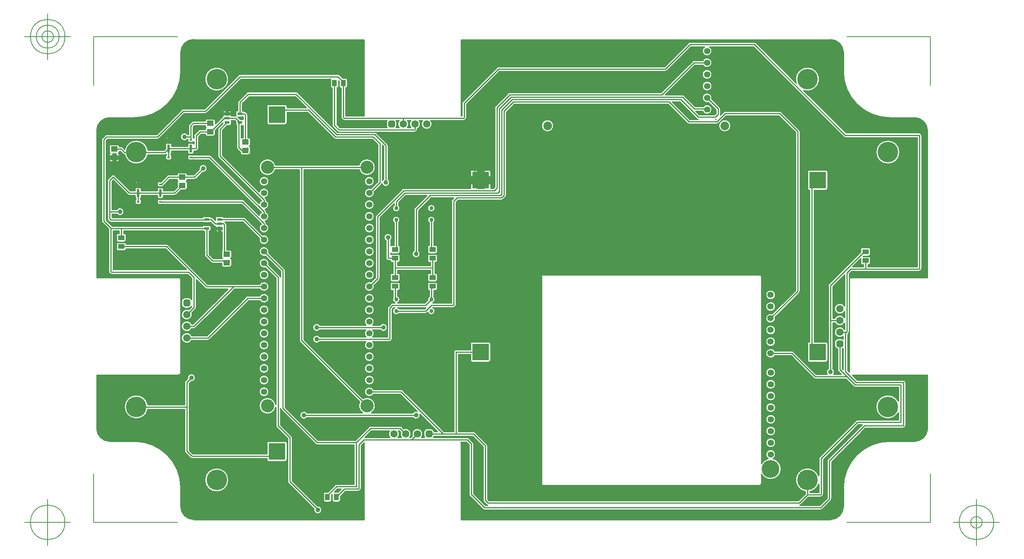
<source format=gbr>
G04 Generated by Ultiboard 14.2 *
%FSLAX24Y24*%
%MOIN*%

%ADD10C,0.0001*%
%ADD11C,0.0100*%
%ADD12C,0.0050*%
%ADD13C,0.0394*%
%ADD14C,0.1750*%
%ADD15C,0.0337*%
%ADD16C,0.0633*%
%ADD17R,0.0208X0.0208*%
%ADD18C,0.0392*%
%ADD19R,0.0413X0.0551*%
%ADD20C,0.0534*%
%ADD21C,0.1518*%
%ADD22R,0.1430X0.1430*%
%ADD23C,0.1124*%
%ADD24R,0.0571X0.0453*%
%ADD25R,0.0433X0.0236*%
%ADD26R,0.0236X0.0657*%
%ADD27R,0.0236X0.0157*%
%ADD28C,0.0740*%
%ADD29R,0.0551X0.0413*%


G04 ColorRGB 00FF00 for the following layer *
%LNCopper Top*%
%LPD*%
G54D10*
G36*
X-14069Y17076D02*
X-14069Y17076D01*
X-14069Y16524D01*
G75*
D01*
G02X-14219Y16374I-150J0*
G01*
X-14219Y16374D01*
X-14225Y16374D01*
X-14225Y14001D01*
X-12651Y14001D01*
X-12651Y20517D01*
X-16896Y20517D01*
X-16896Y20517D01*
X-20500Y20517D01*
X-20500Y20517D01*
X-20500Y20517D01*
X-26345Y20517D01*
X-26345Y20517D01*
X-27197Y20517D01*
G74*
D01*
G02X-27209Y20516I12J151*
G01*
G75*
D01*
G03X-28308Y19418I0J-1098*
G01*
G75*
D01*
G02X-28308Y19406I-151J0*
G01*
X-28308Y19406D01*
X-28308Y17824D01*
G74*
D01*
G02X-28305Y17794I151J30*
G01*
G75*
D01*
G02X-32266Y13833I-3961J0*
G01*
G75*
D01*
G02X-32296Y13836I0J154*
G01*
X-32296Y13836D01*
X-34381Y13836D01*
G74*
D01*
G02X-34393Y13835I12J151*
G01*
G75*
D01*
G03X-35491Y12737I0J-1098*
G01*
G75*
D01*
G02X-35492Y12725I-152J0*
G01*
X-35492Y12725D01*
X-35492Y151D01*
X-28459Y151D01*
G74*
D01*
G02X-28308Y0I0J151*
G01*
X-28308Y0D01*
X-28308Y-8000D01*
G75*
D01*
G02X-28459Y-8151I-151J0*
G01*
X-28459Y-8151D01*
X-35489Y-8151D01*
X-35491Y-11370D01*
X-35491Y-11370D01*
X-35492Y-12725D01*
G74*
D01*
G02X-35491Y-12737I151J12*
G01*
G75*
D01*
G03X-34393Y-13835I1098J0*
G01*
G74*
D01*
G02X-34381Y-13836I0J152*
G01*
X-34381Y-13836D01*
X-32296Y-13836D01*
G75*
D01*
G02X-32266Y-13833I30J-151*
G01*
G74*
D01*
G02X-28305Y-17794I0J3961*
G01*
G75*
D01*
G02X-28308Y-17824I-154J0*
G01*
X-28308Y-17824D01*
X-28308Y-19406D01*
G74*
D01*
G02X-28308Y-19418I151J12*
G01*
G75*
D01*
G03X-27209Y-20516I1099J0*
G01*
G74*
D01*
G02X-27197Y-20517I0J152*
G01*
X-27197Y-20517D01*
X-12651Y-20517D01*
X-12651Y-13988D01*
G74*
D01*
G02X-12649Y-13962I151J0*
G01*
X-12649Y-13962D01*
X-12899Y-14213D01*
X-12899Y-17870D01*
G75*
D01*
G02X-12958Y-18013I-201J-1*
G01*
X-12958Y-18013D01*
X-12987Y-18042D01*
G75*
D01*
G02X-13130Y-18101I-142J142*
G01*
X-13130Y-18101D01*
X-14243Y-18101D01*
X-14669Y-18527D01*
X-14669Y-18876D01*
G75*
D01*
G02X-14819Y-19026I-150J0*
G01*
X-14819Y-19026D01*
X-15233Y-19026D01*
G75*
D01*
G02X-15383Y-18876I0J150*
G01*
X-15383Y-18876D01*
X-15383Y-18368D01*
X-15417Y-18401D01*
X-15417Y-18876D01*
G75*
D01*
G02X-15567Y-19026I-150J0*
G01*
X-15567Y-19026D01*
X-15981Y-19026D01*
G75*
D01*
G02X-16131Y-18876I0J150*
G01*
X-16131Y-18876D01*
X-16131Y-18324D01*
G75*
D01*
G02X-15981Y-18174I150J0*
G01*
X-15981Y-18174D01*
X-15758Y-18174D01*
X-15142Y-17558D01*
G75*
D01*
G02X-15000Y-17499I142J-142*
G01*
X-15000Y-17499D01*
X-13516Y-17499D01*
X-13516Y-14130D01*
X-16671Y-14130D01*
G75*
D01*
G02X-16813Y-14071I0J201*
G01*
X-16813Y-14071D01*
X-19523Y-11361D01*
X-19742Y-11142D01*
G74*
D01*
G02X-19799Y-11028I142J142*
G01*
X-19799Y-11028D01*
X-19799Y-12417D01*
X-18858Y-13358D01*
G75*
D01*
G02X-18799Y-13500I-142J-142*
G01*
X-18799Y-13500D01*
X-18799Y-17187D01*
X-16896Y-19090D01*
X-16896Y-19090D01*
X-16632Y-19355D01*
G75*
D01*
G02X-16937Y-19618I32J-345*
G01*
X-16937Y-19618D01*
X-19142Y-17413D01*
G75*
D01*
G02X-19201Y-17271I142J142*
G01*
X-19201Y-17271D01*
X-19201Y-13583D01*
X-20142Y-12642D01*
G75*
D01*
G02X-20201Y-12500I142J142*
G01*
X-20201Y-12500D01*
X-20201Y-10936D01*
G75*
D01*
G02X-20201Y-10664I-699J136*
G01*
X-20201Y-10664D01*
X-20201Y117D01*
X-21084Y1000D01*
G75*
D01*
G02X-20800Y1284I-116J400*
G01*
X-20800Y1284D01*
X-19858Y342D01*
G74*
D01*
G02X-19801Y228I142J142*
G01*
X-19801Y228D01*
X-19801Y717D01*
X-21084Y2000D01*
G75*
D01*
G02X-20800Y2284I-116J400*
G01*
X-20800Y2284D01*
X-19458Y942D01*
G75*
D01*
G02X-19399Y800I-142J-142*
G01*
X-19399Y800D01*
X-19399Y-10917D01*
X-16587Y-13728D01*
X-13383Y-13728D01*
X-12242Y-12587D01*
G75*
D01*
G02X-12100Y-12528I142J-142*
G01*
X-12100Y-12528D01*
X-9564Y-12528D01*
G75*
D01*
G02X-9421Y-12587I1J-201*
G01*
X-9421Y-12587D01*
X-9252Y-12756D01*
G75*
D01*
G02X-8741Y-13499I156J-440*
G01*
X-8741Y-13499D01*
X-8683Y-13499D01*
X-8536Y-13352D01*
G75*
D01*
G02X-7741Y-13499I440J156*
G01*
X-7741Y-13499D01*
X-7486Y-13499D01*
G75*
D01*
G02X-7548Y-13301I286J198*
G01*
X-7548Y-13301D01*
X-7548Y-13092D01*
G75*
D01*
G02X-7200Y-12745I348J0*
G01*
X-7200Y-12745D01*
X-6992Y-12745D01*
G74*
D01*
G02X-6658Y-12995I0J347*
G01*
X-6658Y-12995D01*
X-6389Y-12995D01*
X-7447Y-11937D01*
X-7862Y-11522D01*
G75*
D01*
G02X-8483Y-11801I-338J-78*
G01*
X-8483Y-11801D01*
X-17517Y-11801D01*
G75*
D01*
G02X-17517Y-11399I-283J201*
G01*
X-17517Y-11399D01*
X-12785Y-11399D01*
G75*
D01*
G02X-13025Y-10459I385J599*
G01*
X-13025Y-10459D01*
X-16896Y-6588D01*
X-18142Y-5342D01*
G75*
D01*
G02X-18201Y-5200I142J142*
G01*
X-18201Y-5200D01*
X-18201Y9399D01*
X-20217Y9399D01*
G75*
D01*
G02X-20217Y9801I-683J201*
G01*
X-20217Y9801D01*
X-13083Y9801D01*
G75*
D01*
G02X-13083Y9399I683J-201*
G01*
X-13083Y9399D01*
X-17799Y9399D01*
X-17799Y-5117D01*
X-12741Y-10175D01*
G75*
D01*
G02X-12015Y-11399I341J-625*
G01*
X-12015Y-11399D01*
X-8483Y-11399D01*
G75*
D01*
G02X-8122Y-11262I283J-201*
G01*
X-8122Y-11262D01*
X-9583Y-9801D01*
X-11835Y-9801D01*
G75*
D01*
G02X-11835Y-9399I-365J201*
G01*
X-11835Y-9399D01*
X-9500Y-9399D01*
X-9500Y-9399D01*
X-9500Y-9399D01*
X-9472Y-9399D01*
G74*
D01*
G02X-9282Y-9533I0J201*
G01*
X-9282Y-9533D01*
X-7906Y-10910D01*
X-5820Y-12995D01*
X-4997Y-12995D01*
X-4997Y-6200D01*
G75*
D01*
G02X-4796Y-5999I201J0*
G01*
X-4796Y-5999D01*
X-3566Y-5999D01*
X-3566Y-5485D01*
G75*
D01*
G02X-3415Y-5334I151J0*
G01*
X-3415Y-5334D01*
X-1985Y-5334D01*
G74*
D01*
G02X-1834Y-5485I0J151*
G01*
X-1834Y-5485D01*
X-1834Y-6915D01*
G75*
D01*
G02X-1985Y-7066I-151J0*
G01*
X-1985Y-7066D01*
X-3415Y-7066D01*
G75*
D01*
G02X-3566Y-6915I0J151*
G01*
X-3566Y-6915D01*
X-3566Y-6401D01*
X-4595Y-6401D01*
X-4595Y-12995D01*
X-3304Y-12995D01*
G74*
D01*
G02X-3161Y-13055I0J201*
G01*
X-3161Y-13055D01*
X-2158Y-14058D01*
G75*
D01*
G02X-2099Y-14201I-142J-142*
G01*
X-2099Y-14201D01*
X-2099Y-18787D01*
X-1987Y-18899D01*
X24457Y-18899D01*
X25039Y-18317D01*
X25039Y-18145D01*
G75*
D01*
G02X26199Y-16778I201J1005*
G01*
X26199Y-16778D01*
X26199Y-15300D01*
G75*
D01*
G02X26258Y-15158I201J0*
G01*
X26258Y-15158D01*
X29358Y-12058D01*
G74*
D01*
G02X29432Y-12011I142J142*
G01*
G75*
D01*
G02X29500Y-11999I68J-189*
G01*
X29500Y-11999D01*
X32999Y-11999D01*
X32999Y-11400D01*
G75*
D01*
G02X32999Y-10380I-889J510*
G01*
X32999Y-10380D01*
X32999Y-9201D01*
X29300Y-9201D01*
G75*
D01*
G02X29158Y-9142I0J201*
G01*
X29158Y-9142D01*
X28517Y-8501D01*
X25900Y-8501D01*
G75*
D01*
G02X25758Y-8442I0J201*
G01*
X25758Y-8442D01*
X23830Y-6515D01*
X22457Y-6515D01*
G75*
D01*
G02X22457Y-6113I-365J201*
G01*
X22457Y-6113D01*
X23914Y-6113D01*
G74*
D01*
G02X24056Y-6172I0J201*
G01*
X24056Y-6172D01*
X25983Y-8099D01*
X26916Y-8099D01*
G75*
D01*
G02X26999Y-7617I284J199*
G01*
X26999Y-7617D01*
X26999Y-3471D01*
X26999Y-3470D01*
X26999Y-3470D01*
X26999Y-500D01*
G75*
D01*
G02X27058Y-358I201J0*
G01*
X27058Y-358D01*
X29774Y2358D01*
X29774Y2581D01*
G75*
D01*
G02X29924Y2731I150J0*
G01*
X29924Y2731D01*
X30476Y2731D01*
G74*
D01*
G02X30626Y2581I0J150*
G01*
X30626Y2581D01*
X30626Y2167D01*
G75*
D01*
G02X30476Y2017I-150J0*
G01*
X30476Y2017D01*
X30001Y2017D01*
X29968Y1983D01*
X30476Y1983D01*
G74*
D01*
G02X30626Y1833I0J150*
G01*
X30626Y1833D01*
X30626Y1419D01*
G75*
D01*
G02X30476Y1269I-150J0*
G01*
X30476Y1269D01*
X30401Y1269D01*
X30401Y1101D01*
X34599Y1101D01*
X34599Y12149D01*
X28450Y12149D01*
G75*
D01*
G02X28374Y12164I0J201*
G01*
G74*
D01*
G02X28308Y12208I76J186*
G01*
X28308Y12208D01*
X23539Y16976D01*
X23539Y16976D01*
X20617Y19899D01*
X16872Y19899D01*
G75*
D01*
G02X16448Y19899I-212J-359*
G01*
X16448Y19899D01*
X15283Y19899D01*
X13242Y17858D01*
G74*
D01*
G02X13146Y17804I142J142*
G01*
G75*
D01*
G02X13100Y17799I-46J196*
G01*
X13100Y17799D01*
X-1087Y17799D01*
X-3899Y14987D01*
X-3899Y13830D01*
G75*
D01*
G02X-3958Y13687I-201J-1*
G01*
X-3958Y13687D01*
X-3987Y13658D01*
G75*
D01*
G02X-4130Y13599I-142J142*
G01*
X-4130Y13599D01*
X-6942Y13599D01*
G75*
D01*
G02X-7658Y13599I-358J-299*
G01*
X-7658Y13599D01*
X-7942Y13599D01*
G75*
D01*
G02X-8099Y12879I-358J-299*
G01*
X-8099Y12879D01*
X-8099Y12830D01*
G75*
D01*
G02X-8158Y12687I-201J-1*
G01*
X-8158Y12687D01*
X-8187Y12658D01*
G75*
D01*
G02X-8329Y12599I-142J142*
G01*
X-8329Y12599D01*
X-11701Y12599D01*
G74*
D01*
G02X-11587Y12542I28J199*
G01*
X-11587Y12542D01*
X-10658Y11613D01*
G75*
D01*
G02X-10599Y11470I-142J-142*
G01*
X-10599Y11470D01*
X-10599Y8583D01*
G75*
D01*
G02X-11130Y8193I-201J-283*
G01*
G74*
D01*
G02X-11158Y8158I170J107*
G01*
X-11158Y8158D01*
X-11800Y7516D01*
G75*
D01*
G02X-12084Y7800I-400J-116*
G01*
X-12084Y7800D01*
X-11501Y8383D01*
X-11501Y11537D01*
X-11963Y11999D01*
X-15100Y11999D01*
G75*
D01*
G02X-15242Y12058I0J201*
G01*
X-15242Y12058D01*
X-17483Y14299D01*
X-19234Y14299D01*
X-19234Y13385D01*
G75*
D01*
G02X-19385Y13234I-151J0*
G01*
X-19385Y13234D01*
X-20815Y13234D01*
G75*
D01*
G02X-20966Y13385I0J151*
G01*
X-20966Y13385D01*
X-20966Y14815D01*
G75*
D01*
G02X-20815Y14966I151J0*
G01*
X-20815Y14966D01*
X-19385Y14966D01*
G74*
D01*
G02X-19234Y14815I0J151*
G01*
X-19234Y14815D01*
X-19234Y14701D01*
X-17585Y14701D01*
X-18533Y15649D01*
X-22467Y15649D01*
X-23048Y15068D01*
X-23048Y14443D01*
X-23032Y14443D01*
G74*
D01*
G02X-22906Y14375I0J151*
G01*
X-22906Y14375D01*
X-22874Y14375D01*
G75*
D01*
G02X-22732Y14316I0J-201*
G01*
X-22732Y14316D01*
X-22658Y14242D01*
G75*
D01*
G02X-22599Y14100I-142J-142*
G01*
X-22599Y14100D01*
X-22599Y12131D01*
X-22515Y12131D01*
G74*
D01*
G02X-22364Y11981I0J150*
G01*
X-22364Y11981D01*
X-22364Y11528D01*
G75*
D01*
G02X-22435Y11400I-151J0*
G01*
G74*
D01*
G02X-22364Y11272I80J128*
G01*
X-22364Y11272D01*
X-22364Y10819D01*
G75*
D01*
G02X-22515Y10669I-151J0*
G01*
X-22515Y10669D01*
X-23085Y10669D01*
G75*
D01*
G02X-23236Y10819I0J150*
G01*
X-23236Y10819D01*
X-23236Y10898D01*
G74*
D01*
G02X-23242Y10904I136J148*
G01*
X-23242Y10904D01*
X-23491Y11152D01*
G75*
D01*
G02X-23550Y11294I142J142*
G01*
X-23550Y11294D01*
X-23550Y13183D01*
G75*
D01*
G02X-23616Y13308I85J125*
G01*
X-23616Y13308D01*
X-23616Y13509D01*
X-23706Y13599D01*
X-23997Y13599D01*
G74*
D01*
G02X-23984Y13538I138J61*
G01*
X-23984Y13538D01*
X-23984Y13302D01*
G75*
D01*
G02X-24135Y13151I-151J0*
G01*
X-24135Y13151D01*
X-24365Y13151D01*
X-24750Y12766D01*
X-24750Y10634D01*
X-21643Y7528D01*
X-21607Y7491D01*
G75*
D01*
G02X-21109Y6993I407J-91*
G01*
X-21109Y6993D01*
X-21058Y6942D01*
G75*
D01*
G02X-20999Y6800I-142J-142*
G01*
X-20999Y6800D01*
X-20999Y6765D01*
G75*
D01*
G02X-21109Y5993I-201J-365*
G01*
X-21109Y5993D01*
X-21058Y5942D01*
G75*
D01*
G02X-20999Y5800I-142J-142*
G01*
X-20999Y5800D01*
X-20999Y5765D01*
G75*
D01*
G02X-21109Y4993I-201J-365*
G01*
X-21109Y4993D01*
X-21058Y4942D01*
G75*
D01*
G02X-20999Y4800I-142J-142*
G01*
X-20999Y4800D01*
X-20999Y4765D01*
G75*
D01*
G02X-21431Y4747I-201J-365*
G01*
X-21431Y4747D01*
X-23133Y6449D01*
X-29849Y6449D01*
G74*
D01*
G02X-29937Y6421I88J122*
G01*
X-29937Y6421D01*
X-30173Y6421D01*
G75*
D01*
G02X-30324Y6571I0J150*
G01*
X-30324Y6571D01*
X-30324Y6729D01*
G75*
D01*
G02X-30173Y6879I151J0*
G01*
X-30173Y6879D01*
X-29937Y6879D01*
G74*
D01*
G02X-29849Y6851I0J150*
G01*
X-29849Y6851D01*
X-23050Y6851D01*
G75*
D01*
G02X-22908Y6792I0J-201*
G01*
X-22908Y6792D01*
X-21607Y5491D01*
G74*
D01*
G02X-21431Y5747I407J91*
G01*
X-21431Y5747D01*
X-23212Y7528D01*
X-25933Y10249D01*
X-27249Y10249D01*
G74*
D01*
G02X-27337Y10221I88J122*
G01*
X-27337Y10221D01*
X-27573Y10221D01*
G75*
D01*
G02X-27724Y10371I0J150*
G01*
X-27724Y10371D01*
X-27724Y10529D01*
G75*
D01*
G02X-27573Y10679I151J0*
G01*
X-27573Y10679D01*
X-27337Y10679D01*
G74*
D01*
G02X-27249Y10651I0J150*
G01*
X-27249Y10651D01*
X-25850Y10651D01*
G74*
D01*
G02X-25826Y10650I0J201*
G01*
G74*
D01*
G02X-25708Y10592I24J200*
G01*
X-25708Y10592D01*
X-21607Y6491D01*
G74*
D01*
G02X-21431Y6747I407J91*
G01*
X-21431Y6747D01*
X-22212Y7528D01*
X-25093Y10409D01*
G75*
D01*
G02X-25152Y10551I142J142*
G01*
X-25152Y10551D01*
X-25152Y12849D01*
G74*
D01*
G02X-25093Y12991I201J0*
G01*
X-25093Y12991D01*
X-24718Y13366D01*
X-24718Y13397D01*
X-25364Y12752D01*
X-25364Y12419D01*
G75*
D01*
G02X-25515Y12269I-151J0*
G01*
X-25515Y12269D01*
X-26085Y12269D01*
G75*
D01*
G02X-26236Y12419I0J150*
G01*
X-26236Y12419D01*
X-26236Y12445D01*
X-26571Y12445D01*
X-26799Y12217D01*
X-26799Y11200D01*
G75*
D01*
G02X-27000Y10999I-201J0*
G01*
X-27000Y10999D01*
X-27186Y10999D01*
X-27186Y10871D01*
G75*
D01*
G02X-27337Y10721I-151J0*
G01*
X-27337Y10721D01*
X-27573Y10721D01*
G75*
D01*
G02X-27724Y10871I0J150*
G01*
X-27724Y10871D01*
X-27724Y10999D01*
X-29076Y10999D01*
X-29076Y10871D01*
G75*
D01*
G02X-29144Y10745I-151J0*
G01*
X-29144Y10745D01*
X-29144Y10655D01*
G74*
D01*
G02X-29076Y10529I83J126*
G01*
X-29076Y10529D01*
X-29076Y10371D01*
G75*
D01*
G02X-29227Y10221I-151J0*
G01*
X-29227Y10221D01*
X-29463Y10221D01*
G75*
D01*
G02X-29614Y10371I0J150*
G01*
X-29614Y10371D01*
X-29614Y10529D01*
G74*
D01*
G02X-29546Y10655I151J0*
G01*
X-29546Y10655D01*
X-29546Y10707D01*
G75*
D01*
G02X-29668Y10666I-121J160*
G01*
X-29668Y10666D01*
X-31110Y10666D01*
G75*
D01*
G02X-33110Y10666I-1000J224*
G01*
X-33110Y10666D01*
X-33113Y10666D01*
G75*
D01*
G02X-33147Y10669I0J201*
G01*
G74*
D01*
G02X-33255Y10726I34J198*
G01*
X-33255Y10726D01*
X-33483Y10953D01*
X-33564Y10953D01*
X-33564Y10928D01*
G75*
D01*
G02X-33635Y10800I-151J0*
G01*
G74*
D01*
G02X-33564Y10672I80J128*
G01*
X-33564Y10672D01*
X-33564Y10579D01*
X-33866Y10579D01*
X-33866Y10777D01*
X-34134Y10777D01*
X-34134Y10579D01*
X-34436Y10579D01*
X-34436Y10672D01*
G74*
D01*
G02X-34365Y10800I151J0*
G01*
G75*
D01*
G02X-34436Y10928I80J128*
G01*
X-34436Y10928D01*
X-34436Y11381D01*
G75*
D01*
G02X-34285Y11531I151J0*
G01*
X-34285Y11531D01*
X-33715Y11531D01*
G74*
D01*
G02X-33564Y11381I0J150*
G01*
X-33564Y11381D01*
X-33564Y11355D01*
X-33400Y11355D01*
G74*
D01*
G02X-33336Y11345I0J201*
G01*
G74*
D01*
G02X-33258Y11296I64J191*
G01*
X-33258Y11296D01*
X-33104Y11142D01*
G75*
D01*
G02X-31101Y11068I994J-252*
G01*
X-31101Y11068D01*
X-29751Y11068D01*
X-29614Y11205D01*
X-29614Y11529D01*
G75*
D01*
G02X-29463Y11679I151J0*
G01*
X-29463Y11679D01*
X-29227Y11679D01*
G74*
D01*
G02X-29076Y11529I0J150*
G01*
X-29076Y11529D01*
X-29076Y11401D01*
X-27724Y11401D01*
X-27724Y11529D01*
G75*
D01*
G02X-27573Y11679I151J0*
G01*
X-27573Y11679D01*
X-27337Y11679D01*
G74*
D01*
G02X-27201Y11594I0J150*
G01*
X-27201Y11594D01*
X-27201Y11806D01*
G74*
D01*
G02X-27337Y11721I136J65*
G01*
X-27337Y11721D01*
X-27573Y11721D01*
G75*
D01*
G02X-27724Y11871I0J150*
G01*
X-27724Y11871D01*
X-27724Y11990D01*
G75*
D01*
G02X-27717Y12401I-276J210*
G01*
X-27717Y12401D01*
X-27656Y12401D01*
X-27656Y13145D01*
G74*
D01*
G02X-27597Y13287I201J0*
G01*
X-27597Y13287D01*
X-27388Y13496D01*
G74*
D01*
G02X-27270Y13554I142J142*
G01*
G75*
D01*
G02X-27246Y13555I24J-200*
G01*
X-27246Y13555D01*
X-26236Y13555D01*
X-26236Y13581D01*
G75*
D01*
G02X-26085Y13731I151J0*
G01*
X-26085Y13731D01*
X-25515Y13731D01*
G74*
D01*
G02X-25364Y13581I0J150*
G01*
X-25364Y13581D01*
X-25364Y13320D01*
X-24742Y13942D01*
G74*
D01*
G02X-24710Y13968I142J142*
G01*
G74*
D01*
G02X-24700Y13990I142J50*
G01*
G75*
D01*
G02X-24718Y14062I132J72*
G01*
X-24718Y14062D01*
X-24718Y14085D01*
X-24447Y14085D01*
X-24447Y14069D01*
X-24256Y14069D01*
X-24256Y14085D01*
X-23984Y14085D01*
X-23984Y14062D01*
G75*
D01*
G02X-23997Y14001I-151J0*
G01*
X-23997Y14001D01*
X-23623Y14001D01*
G75*
D01*
G02X-23605Y14000I0J-201*
G01*
G75*
D01*
G02X-23616Y14056I140J56*
G01*
X-23616Y14056D01*
X-23616Y14292D01*
G75*
D01*
G02X-23465Y14443I151J0*
G01*
X-23465Y14443D01*
X-23450Y14443D01*
X-23450Y15151D01*
G74*
D01*
G02X-23391Y15294I201J0*
G01*
X-23391Y15294D01*
X-22692Y15992D01*
G74*
D01*
G02X-22598Y16045I142J142*
G01*
G75*
D01*
G02X-22550Y16051I48J-195*
G01*
X-22550Y16051D01*
X-18450Y16051D01*
G75*
D01*
G02X-18308Y15992I0J-201*
G01*
X-18308Y15992D01*
X-16896Y14580D01*
X-14917Y12601D01*
X-14828Y12601D01*
G74*
D01*
G02X-14942Y12658I28J199*
G01*
X-14942Y12658D01*
X-15316Y13032D01*
G75*
D01*
G02X-15375Y13174I142J142*
G01*
X-15375Y13174D01*
X-15375Y16374D01*
X-15381Y16374D01*
G75*
D01*
G02X-15531Y16524I0J150*
G01*
X-15531Y16524D01*
X-15531Y17076D01*
G74*
D01*
G02X-15512Y17149I150J0*
G01*
X-15512Y17149D01*
X-23167Y17149D01*
X-26058Y14258D01*
G74*
D01*
G02X-26185Y14200I142J142*
G01*
G74*
D01*
G02X-26200Y14199I15J200*
G01*
X-26200Y14199D01*
X-28017Y14199D01*
X-30158Y12058D01*
G74*
D01*
G02X-30237Y12009I142J142*
G01*
G74*
D01*
G02X-30300Y11999I63J191*
G01*
X-30300Y11999D01*
X-34568Y11999D01*
X-34680Y11887D01*
X-34680Y5094D01*
X-34168Y4582D01*
X-33810Y4582D01*
G74*
D01*
G02X-33796Y4581I0J201*
G01*
G75*
D01*
G02X-33781Y4582I15J-200*
G01*
X-33781Y4582D01*
X-26449Y4582D01*
G75*
D01*
G02X-26323Y4650I126J-83*
G01*
X-26323Y4650D01*
X-25890Y4650D01*
G74*
D01*
G02X-25739Y4499I0J151*
G01*
X-25739Y4499D01*
X-25739Y4263D01*
G75*
D01*
G02X-25890Y4112I-151J0*
G01*
X-25890Y4112D01*
X-25899Y4112D01*
X-25899Y2183D01*
X-25517Y1801D01*
X-24767Y1801D01*
G75*
D01*
G02X-24836Y1928I82J127*
G01*
X-24836Y1928D01*
X-24836Y2381D01*
G74*
D01*
G02X-24801Y2478I151J0*
G01*
X-24801Y2478D01*
X-24801Y4106D01*
X-24908Y4106D01*
X-24908Y4280D01*
X-24801Y4280D01*
X-24801Y4470D01*
X-24908Y4470D01*
X-24908Y4486D01*
X-25099Y4486D01*
X-25099Y4470D01*
X-25371Y4470D01*
X-25371Y4493D01*
G74*
D01*
G02X-25358Y4554I151J0*
G01*
G74*
D01*
G02X-25410Y4562I3J201*
G01*
G74*
D01*
G02X-25497Y4613I55J193*
G01*
X-25497Y4613D01*
X-25786Y4902D01*
G74*
D01*
G02X-25890Y4860I104J109*
G01*
X-25890Y4860D01*
X-26323Y4860D01*
G75*
D01*
G02X-26424Y4899I0J151*
G01*
X-26424Y4899D01*
X-34300Y4899D01*
G75*
D01*
G02X-34372Y4912I0J201*
G01*
G74*
D01*
G02X-34442Y4958I72J188*
G01*
X-34442Y4958D01*
X-34542Y5058D01*
G75*
D01*
G02X-34601Y5200I142J142*
G01*
X-34601Y5200D01*
X-34601Y8471D01*
G74*
D01*
G02X-34542Y8613I201J0*
G01*
X-34542Y8613D01*
X-34238Y8917D01*
G75*
D01*
G02X-33962Y8925I142J-142*
G01*
G74*
D01*
G02X-33954Y8917I134J150*
G01*
X-33954Y8917D01*
X-32637Y7601D01*
X-32214Y7601D01*
X-32214Y7729D01*
G75*
D01*
G02X-32063Y7879I151J0*
G01*
X-32063Y7879D01*
X-31827Y7879D01*
G74*
D01*
G02X-31676Y7729I0J150*
G01*
X-31676Y7729D01*
X-31676Y7601D01*
X-30324Y7601D01*
X-30324Y7729D01*
G75*
D01*
G02X-30173Y7879I151J0*
G01*
X-30173Y7879D01*
X-29937Y7879D01*
G74*
D01*
G02X-29786Y7729I0J150*
G01*
X-29786Y7729D01*
X-29786Y7601D01*
X-28929Y7601D01*
X-28636Y7894D01*
X-28636Y8272D01*
G74*
D01*
G02X-28565Y8400I151J0*
G01*
G75*
D01*
G02X-28636Y8528I80J128*
G01*
X-28636Y8528D01*
X-28636Y8553D01*
X-29262Y8553D01*
X-29795Y8021D01*
G74*
D01*
G02X-29937Y7921I142J50*
G01*
X-29937Y7921D01*
X-30173Y7921D01*
G75*
D01*
G02X-30324Y8071I0J150*
G01*
X-30324Y8071D01*
X-30324Y8229D01*
G75*
D01*
G02X-30173Y8379I151J0*
G01*
X-30173Y8379D01*
X-30005Y8379D01*
X-29488Y8896D01*
G75*
D01*
G02X-29346Y8955I142J-142*
G01*
X-29346Y8955D01*
X-28636Y8955D01*
X-28636Y8981D01*
G75*
D01*
G02X-28485Y9131I151J0*
G01*
X-28485Y9131D01*
X-27915Y9131D01*
G74*
D01*
G02X-27764Y8981I0J150*
G01*
X-27764Y8981D01*
X-27764Y8955D01*
X-27229Y8955D01*
X-26742Y9442D01*
G75*
D01*
G02X-26458Y9158I342J58*
G01*
X-26458Y9158D01*
X-27004Y8612D01*
G75*
D01*
G02X-27146Y8553I-142J142*
G01*
X-27146Y8553D01*
X-27764Y8553D01*
X-27764Y8528D01*
G75*
D01*
G02X-27835Y8400I-151J0*
G01*
G74*
D01*
G02X-27764Y8272I80J128*
G01*
X-27764Y8272D01*
X-27764Y7819D01*
G75*
D01*
G02X-27915Y7669I-151J0*
G01*
X-27915Y7669D01*
X-28293Y7669D01*
X-28434Y7528D01*
X-28434Y7528D01*
X-28704Y7258D01*
G75*
D01*
G02X-28846Y7199I-142J142*
G01*
X-28846Y7199D01*
X-29786Y7199D01*
X-29786Y7071D01*
G75*
D01*
G02X-29937Y6921I-151J0*
G01*
X-29937Y6921D01*
X-30173Y6921D01*
G75*
D01*
G02X-30324Y7071I0J150*
G01*
X-30324Y7071D01*
X-30324Y7199D01*
X-31676Y7199D01*
X-31676Y7071D01*
G75*
D01*
G02X-31744Y6945I-151J0*
G01*
X-31744Y6945D01*
X-31744Y6855D01*
G74*
D01*
G02X-31676Y6729I83J126*
G01*
X-31676Y6729D01*
X-31676Y6571D01*
G75*
D01*
G02X-31827Y6421I-151J0*
G01*
X-31827Y6421D01*
X-32063Y6421D01*
G75*
D01*
G02X-32214Y6571I0J150*
G01*
X-32214Y6571D01*
X-32214Y6729D01*
G74*
D01*
G02X-32146Y6855I151J0*
G01*
X-32146Y6855D01*
X-32146Y6945D01*
G75*
D01*
G02X-32214Y7071I83J126*
G01*
X-32214Y7071D01*
X-32214Y7199D01*
X-32720Y7199D01*
G75*
D01*
G02X-32789Y7211I-1J201*
G01*
G74*
D01*
G02X-32863Y7258I68J189*
G01*
X-32863Y7258D01*
X-33133Y7528D01*
X-33133Y7528D01*
X-34096Y8491D01*
X-34199Y8387D01*
X-34199Y6001D01*
X-33783Y6001D01*
G75*
D01*
G02X-33783Y5599I283J-201*
G01*
X-33783Y5599D01*
X-34199Y5599D01*
X-34199Y5301D01*
X-26463Y5301D01*
G75*
D01*
G02X-26323Y5398I140J-54*
G01*
X-26323Y5398D01*
X-25890Y5398D01*
G74*
D01*
G02X-25764Y5330I0J151*
G01*
X-25764Y5330D01*
X-25729Y5330D01*
G74*
D01*
G02X-25682Y5325I0J201*
G01*
G74*
D01*
G02X-25587Y5271I47J196*
G01*
X-25587Y5271D01*
X-25371Y5055D01*
X-25371Y5253D01*
G75*
D01*
G02X-25220Y5404I151J0*
G01*
X-25220Y5404D01*
X-24787Y5404D01*
G74*
D01*
G02X-24661Y5336I0J151*
G01*
X-24661Y5336D01*
X-22935Y5336D01*
G75*
D01*
G02X-22793Y5277I0J-201*
G01*
X-22793Y5277D01*
X-21316Y3800D01*
G75*
D01*
G02X-21600Y3516I116J-400*
G01*
X-21600Y3516D01*
X-23018Y4934D01*
X-24550Y4934D01*
X-24458Y4842D01*
G75*
D01*
G02X-24399Y4700I-142J-142*
G01*
X-24399Y4700D01*
X-24399Y2531D01*
X-24115Y2531D01*
G74*
D01*
G02X-23964Y2381I0J150*
G01*
X-23964Y2381D01*
X-23964Y1928D01*
G75*
D01*
G02X-24035Y1800I-151J0*
G01*
G74*
D01*
G02X-23964Y1672I80J128*
G01*
X-23964Y1672D01*
X-23964Y1219D01*
G75*
D01*
G02X-24115Y1069I-151J0*
G01*
X-24115Y1069D01*
X-24685Y1069D01*
G75*
D01*
G02X-24836Y1219I0J150*
G01*
X-24836Y1219D01*
X-24836Y1399D01*
X-25600Y1399D01*
G75*
D01*
G02X-25742Y1458I0J201*
G01*
X-25742Y1458D01*
X-26242Y1958D01*
G75*
D01*
G02X-26301Y2100I142J142*
G01*
X-26301Y2100D01*
X-26301Y4112D01*
X-26323Y4112D01*
G75*
D01*
G02X-26449Y4180I0J151*
G01*
X-26449Y4180D01*
X-33199Y4180D01*
X-33199Y3931D01*
X-33124Y3931D01*
G74*
D01*
G02X-32974Y3781I0J150*
G01*
X-32974Y3781D01*
X-32974Y3367D01*
G75*
D01*
G02X-33124Y3217I-150J0*
G01*
X-33124Y3217D01*
X-33676Y3217D01*
G75*
D01*
G02X-33826Y3367I0J150*
G01*
X-33826Y3367D01*
X-33826Y3781D01*
G75*
D01*
G02X-33676Y3931I150J0*
G01*
X-33676Y3931D01*
X-33601Y3931D01*
X-33601Y4180D01*
X-33781Y4180D01*
G75*
D01*
G02X-33796Y4181I0J201*
G01*
G74*
D01*
G02X-33810Y4180I14J200*
G01*
X-33810Y4180D01*
X-34084Y4180D01*
X-34084Y851D01*
X-27835Y851D01*
X-29609Y2625D01*
X-32974Y2625D01*
X-32974Y2619D01*
G75*
D01*
G02X-33124Y2469I-150J0*
G01*
X-33124Y2469D01*
X-33676Y2469D01*
G75*
D01*
G02X-33826Y2619I0J150*
G01*
X-33826Y2619D01*
X-33826Y3033D01*
G75*
D01*
G02X-33676Y3183I150J0*
G01*
X-33676Y3183D01*
X-33124Y3183D01*
G74*
D01*
G02X-32974Y3033I0J150*
G01*
X-32974Y3033D01*
X-32974Y3027D01*
X-29526Y3027D01*
G75*
D01*
G02X-29384Y2968I0J-201*
G01*
X-29384Y2968D01*
X-26345Y-71D01*
X-26017Y-399D01*
X-23800Y-399D01*
X-23800Y-399D01*
X-23800Y-399D01*
X-21565Y-399D01*
G75*
D01*
G02X-21565Y-801I365J-201*
G01*
X-21565Y-801D01*
X-23717Y-801D01*
X-24837Y-1921D01*
X-24837Y-1921D01*
X-26345Y-3429D01*
X-27058Y-4142D01*
G74*
D01*
G02X-27179Y-4200I142J142*
G01*
G74*
D01*
G02X-27200Y-4201I21J200*
G01*
X-27200Y-4201D01*
X-27379Y-4201D01*
G75*
D01*
G02X-27379Y-3799I-421J201*
G01*
X-27379Y-3799D01*
X-27283Y-3799D01*
X-26345Y-2861D01*
X-25405Y-1921D01*
X-25405Y-1921D01*
X-24285Y-801D01*
X-26100Y-801D01*
G75*
D01*
G02X-26242Y-742I0J201*
G01*
X-26242Y-742D01*
X-26345Y-639D01*
X-26345Y-639D01*
X-26999Y15D01*
X-26999Y-2400D01*
G75*
D01*
G02X-27058Y-2542I-201J0*
G01*
X-27058Y-2542D01*
X-27360Y-2844D01*
G75*
D01*
G02X-27644Y-2560I-440J-156*
G01*
X-27644Y-2560D01*
X-27401Y-2317D01*
X-27401Y-2288D01*
G74*
D01*
G02X-27696Y-2452I295J184*
G01*
X-27696Y-2452D01*
X-27904Y-2452D01*
G75*
D01*
G02X-28252Y-2104I0J348*
G01*
X-28252Y-2104D01*
X-28252Y-1896D01*
G75*
D01*
G02X-27904Y-1548I348J0*
G01*
X-27904Y-1548D01*
X-27696Y-1548D01*
G74*
D01*
G02X-27401Y-1712I0J348*
G01*
X-27401Y-1712D01*
X-27401Y117D01*
X-27733Y449D01*
X-34250Y449D01*
G75*
D01*
G02X-34392Y508I0J201*
G01*
X-34392Y508D01*
X-34427Y543D01*
G75*
D01*
G02X-34486Y685I142J142*
G01*
X-34486Y685D01*
X-34486Y4331D01*
X-35023Y4868D01*
G75*
D01*
G02X-35082Y5010I142J142*
G01*
X-35082Y5010D01*
X-35082Y11971D01*
G74*
D01*
G02X-35023Y12113I201J0*
G01*
X-35023Y12113D01*
X-34794Y12342D01*
G75*
D01*
G02X-34652Y12401I142J-142*
G01*
X-34652Y12401D01*
X-30383Y12401D01*
X-28242Y14542D01*
G74*
D01*
G02X-28135Y14598I142J142*
G01*
G75*
D01*
G02X-28100Y14601I35J-198*
G01*
X-28100Y14601D01*
X-26283Y14601D01*
X-23908Y16976D01*
X-23908Y16976D01*
X-23392Y17492D01*
G74*
D01*
G02X-23322Y17537I142J142*
G01*
G75*
D01*
G02X-23250Y17551I72J-187*
G01*
X-23250Y17551D01*
X-14876Y17551D01*
G75*
D01*
G02X-14734Y17492I0J-201*
G01*
X-14734Y17492D01*
X-14468Y17226D01*
X-14219Y17226D01*
G74*
D01*
G02X-14069Y17076I0J150*
G01*
D02*
G37*
%LPC*%
G36*
X-26252Y16976D02*
G75*
D01*
G02X-26252Y16976I1012J164*
G01*
D02*
G37*
G36*
X-28001Y-14671D02*
X-28001Y-14671D01*
X-28001Y-11370D01*
X-28001Y-11370D01*
X-28001Y-11091D01*
X-31105Y-11091D01*
G75*
D01*
G02X-31105Y-10689I-1005J201*
G01*
X-31105Y-10689D01*
X-28001Y-10689D01*
X-28001Y-8800D01*
G74*
D01*
G02X-27942Y-8658I201J0*
G01*
X-27942Y-8658D01*
X-27742Y-8458D01*
G75*
D01*
G02X-27458Y-8742I342J58*
G01*
X-27458Y-8742D01*
X-27599Y-8883D01*
X-27599Y-10890D01*
G75*
D01*
G02X-27600Y-10905I-201J0*
G01*
G74*
D01*
G02X-27599Y-10919I200J14*
G01*
X-27599Y-10919D01*
X-27599Y-11370D01*
X-27599Y-11370D01*
X-27599Y-14587D01*
X-27287Y-14899D01*
X-20966Y-14899D01*
X-20966Y-13985D01*
G75*
D01*
G02X-20815Y-13834I151J0*
G01*
X-20815Y-13834D01*
X-19385Y-13834D01*
G74*
D01*
G02X-19234Y-13985I0J151*
G01*
X-19234Y-13985D01*
X-19234Y-15415D01*
G75*
D01*
G02X-19385Y-15566I-151J0*
G01*
X-19385Y-15566D01*
X-20815Y-15566D01*
G75*
D01*
G02X-20966Y-15415I0J151*
G01*
X-20966Y-15415D01*
X-20966Y-15301D01*
X-27370Y-15301D01*
G75*
D01*
G02X-27416Y-15296I-1J201*
G01*
G74*
D01*
G02X-27513Y-15242I45J196*
G01*
X-27513Y-15242D01*
X-27942Y-14813D01*
G75*
D01*
G02X-28001Y-14671I142J142*
G01*
D02*
G37*
G36*
X-21565Y-1399D02*
G75*
D01*
G02X-21565Y-1801I365J-201*
G01*
X-21565Y-1801D01*
X-22517Y-1801D01*
X-22637Y-1921D01*
X-22637Y-1921D01*
X-25858Y-5142D01*
G74*
D01*
G02X-25979Y-5200I142J142*
G01*
G74*
D01*
G02X-26000Y-5201I21J200*
G01*
X-26000Y-5201D01*
X-27379Y-5201D01*
G75*
D01*
G02X-27379Y-4799I-421J201*
G01*
X-27379Y-4799D01*
X-26083Y-4799D01*
X-23205Y-1921D01*
X-23205Y-1921D01*
X-22742Y-1458D01*
G75*
D01*
G02X-22600Y-1399I142J-142*
G01*
X-22600Y-1399D01*
X-21565Y-1399D01*
D02*
G37*
G36*
X-499Y7200D02*
G75*
D01*
G02X-558Y7058I-201J0*
G01*
X-558Y7058D01*
X-758Y6858D01*
G75*
D01*
G02X-900Y6799I-142J142*
G01*
X-900Y6799D01*
X-4617Y6799D01*
X-4799Y6617D01*
X-4799Y-2200D01*
G75*
D01*
G02X-5000Y-2401I-201J0*
G01*
X-5000Y-2401D01*
X-6791Y-2401D01*
G75*
D01*
G02X-7206Y-2790I-109J-299*
G01*
X-7206Y-2790D01*
X-7258Y-2842D01*
G75*
D01*
G02X-7400Y-2901I-142J142*
G01*
X-7400Y-2901D01*
X-9653Y-2901D01*
G75*
D01*
G02X-10009Y-2401I-247J201*
G01*
X-10009Y-2401D01*
X-10137Y-2401D01*
X-10249Y-2513D01*
X-10249Y-5070D01*
G75*
D01*
G02X-10308Y-5213I-201J-1*
G01*
X-10308Y-5213D01*
X-10337Y-5242D01*
G74*
D01*
G02X-10428Y-5294I142J142*
G01*
G74*
D01*
G02X-10479Y-5301I51J194*
G01*
X-10479Y-5301D01*
X-11910Y-5301D01*
G75*
D01*
G02X-12490Y-5301I-290J-299*
G01*
X-12490Y-5301D01*
X-16417Y-5301D01*
G75*
D01*
G02X-16417Y-4899I-283J201*
G01*
X-16417Y-4899D01*
X-12490Y-4899D01*
G75*
D01*
G02X-12490Y-4301I290J299*
G01*
X-12490Y-4301D01*
X-16417Y-4301D01*
G75*
D01*
G02X-16417Y-3899I-283J201*
G01*
X-16417Y-3899D01*
X-12490Y-3899D01*
G75*
D01*
G02X-11910Y-3899I290J299*
G01*
X-11910Y-3899D01*
X-11283Y-3899D01*
G75*
D01*
G02X-11283Y-4301I283J-201*
G01*
X-11283Y-4301D01*
X-11910Y-4301D01*
G75*
D01*
G02X-11910Y-4899I-290J-299*
G01*
X-11910Y-4899D01*
X-10651Y-4899D01*
X-10651Y-2429D01*
G74*
D01*
G02X-10592Y-2287I201J0*
G01*
X-10592Y-2287D01*
X-10363Y-2058D01*
G75*
D01*
G02X-10221Y-1999I142J-142*
G01*
X-10221Y-1999D01*
X-10009Y-1999D01*
G75*
D01*
G02X-10201Y-1596I109J299*
G01*
X-10201Y-1596D01*
X-10201Y-931D01*
X-10276Y-931D01*
G75*
D01*
G02X-10426Y-781I0J150*
G01*
X-10426Y-781D01*
X-10426Y-367D01*
G75*
D01*
G02X-10276Y-217I150J0*
G01*
X-10276Y-217D01*
X-9724Y-217D01*
G74*
D01*
G02X-9574Y-367I0J150*
G01*
X-9574Y-367D01*
X-9574Y-781D01*
G75*
D01*
G02X-9724Y-931I-150J0*
G01*
X-9724Y-931D01*
X-9799Y-931D01*
X-9799Y-1398D01*
G75*
D01*
G02X-9791Y-1999I-101J-302*
G01*
X-9791Y-1999D01*
X-7483Y-1999D01*
X-7447Y-1963D01*
X-7405Y-1921D01*
X-7405Y-1921D01*
X-7217Y-1733D01*
G75*
D01*
G02X-7101Y-1453I317J33*
G01*
X-7101Y-1453D01*
X-7101Y-929D01*
G75*
D01*
G02X-7226Y-781I25J148*
G01*
X-7226Y-781D01*
X-7226Y-367D01*
G75*
D01*
G02X-7076Y-217I150J0*
G01*
X-7076Y-217D01*
X-6524Y-217D01*
G74*
D01*
G02X-6374Y-367I0J150*
G01*
X-6374Y-367D01*
X-6374Y-781D01*
G75*
D01*
G02X-6524Y-931I-150J0*
G01*
X-6524Y-931D01*
X-6699Y-931D01*
X-6699Y-1453D01*
G75*
D01*
G02X-6791Y-1999I-201J-247*
G01*
X-6791Y-1999D01*
X-5201Y-1999D01*
X-5201Y6700D01*
G74*
D01*
G02X-5142Y6842I201J0*
G01*
X-5142Y6842D01*
X-4985Y6999D01*
X-6917Y6999D01*
X-7999Y5917D01*
X-7999Y2483D01*
G75*
D01*
G02X-8401Y2483I-201J-283*
G01*
X-8401Y2483D01*
X-8401Y6000D01*
G74*
D01*
G02X-8342Y6142I201J0*
G01*
X-8342Y6142D01*
X-7285Y7199D01*
X-9087Y7199D01*
X-9699Y6587D01*
X-9699Y6347D01*
G75*
D01*
G02X-10101Y6347I-201J-247*
G01*
X-10101Y6347D01*
X-10101Y6486D01*
X-11299Y5287D01*
X-11299Y100D01*
G75*
D01*
G02X-11358Y-42I-201J0*
G01*
X-11358Y-42D01*
X-11800Y-484D01*
G75*
D01*
G02X-12084Y-200I-400J-116*
G01*
X-12084Y-200D01*
X-11701Y183D01*
X-11701Y5371D01*
G74*
D01*
G02X-11642Y5513I201J0*
G01*
X-11642Y5513D01*
X-9413Y7742D01*
G74*
D01*
G02X-9330Y7792I142J142*
G01*
G75*
D01*
G02X-9270Y7801I59J-192*
G01*
X-9270Y7801D01*
X-3566Y7801D01*
X-3566Y8200D01*
X-3000Y8200D01*
X-3000Y7801D01*
X-2400Y7801D01*
X-2400Y8200D01*
X-1834Y8200D01*
X-1834Y7801D01*
X-1613Y7801D01*
X-1501Y7913D01*
X-1501Y14700D01*
G74*
D01*
G02X-1442Y14842I201J0*
G01*
X-1442Y14842D01*
X-1442Y14842D01*
X-342Y15942D01*
X-342Y15942D01*
G75*
D01*
G02X-200Y16001I142J-142*
G01*
X-200Y16001D01*
X12717Y16001D01*
X15398Y18682D01*
G75*
D01*
G02X15540Y18741I142J-142*
G01*
X15540Y18741D01*
X16295Y18741D01*
G75*
D01*
G02X16295Y18339I365J-201*
G01*
X16295Y18339D01*
X15623Y18339D01*
X13085Y15801D01*
X14571Y15801D01*
G74*
D01*
G02X14713Y15742I0J201*
G01*
X14713Y15742D01*
X15654Y14801D01*
X16335Y14801D01*
G75*
D01*
G02X16268Y14399I325J-261*
G01*
X16268Y14399D01*
X15685Y14399D01*
X15983Y14101D01*
X17287Y14101D01*
X17399Y14213D01*
X17399Y14517D01*
X16776Y15140D01*
G75*
D01*
G02X17060Y15424I-116J400*
G01*
X17060Y15424D01*
X17742Y14742D01*
G74*
D01*
G02X17801Y14600I142J142*
G01*
X17801Y14600D01*
X17801Y14129D01*
G75*
D01*
G02X17794Y14079I-201J0*
G01*
X17794Y14079D01*
X18058Y14342D01*
G75*
D01*
G02X18200Y14401I142J-142*
G01*
X18200Y14401D01*
X22871Y14401D01*
G74*
D01*
G02X23013Y14342I0J201*
G01*
X23013Y14342D01*
X24542Y12813D01*
G74*
D01*
G02X24601Y12671I142J142*
G01*
X24601Y12671D01*
X24601Y-1006D01*
G75*
D01*
G02X24542Y-1148I-201J0*
G01*
X24542Y-1148D01*
X23769Y-1921D01*
X23769Y-1921D01*
X22492Y-3197D01*
G75*
D01*
G02X22208Y-2913I-400J-117*
G01*
X22208Y-2913D01*
X23200Y-1921D01*
X23200Y-1921D01*
X24199Y-922D01*
X24199Y12587D01*
X22787Y13999D01*
X18283Y13999D01*
X17642Y13358D01*
G74*
D01*
G02X17500Y13299I142J142*
G01*
X17500Y13299D01*
X15100Y13299D01*
G75*
D01*
G02X14958Y13358I0J201*
G01*
X14958Y13358D01*
X13317Y14999D01*
X183Y14999D01*
X-499Y14317D01*
X-499Y7200D01*
D02*
G37*
G36*
X2497Y258D02*
G75*
D01*
G02X2648Y409I151J0*
G01*
X2648Y409D01*
X21152Y409D01*
G74*
D01*
G02X21303Y258I0J151*
G01*
X21303Y258D01*
X21303Y-15745D01*
G74*
D01*
G02X21883Y-15311I789J450*
G01*
G75*
D01*
G02X22313Y-15314I217J356*
G01*
G75*
D01*
G02X21303Y-16646I-221J-881*
G01*
X21303Y-16646D01*
X21303Y-17458D01*
G75*
D01*
G02X21152Y-17609I-151J0*
G01*
X21152Y-17609D01*
X2648Y-17609D01*
G75*
D01*
G02X2497Y-17458I0J151*
G01*
X2497Y-17458D01*
X2497Y258D01*
D02*
G37*
G36*
X-9724Y531D02*
G74*
D01*
G02X-9574Y381I0J150*
G01*
X-9574Y381D01*
X-9574Y-33D01*
G75*
D01*
G02X-9724Y-183I-150J0*
G01*
X-9724Y-183D01*
X-10276Y-183D01*
G75*
D01*
G02X-10426Y-33I0J150*
G01*
X-10426Y-33D01*
X-10426Y381D01*
G75*
D01*
G02X-10276Y531I150J0*
G01*
X-10276Y531D01*
X-10201Y531D01*
X-10201Y1469D01*
X-10276Y1469D01*
G75*
D01*
G02X-10426Y1619I0J150*
G01*
X-10426Y1619D01*
X-10426Y1625D01*
X-10574Y1625D01*
G75*
D01*
G02X-10775Y1826I0J201*
G01*
X-10775Y1826D01*
X-10775Y3301D01*
G75*
D01*
G02X-10373Y3338I175J299*
G01*
X-10373Y3338D01*
X-10373Y2896D01*
G75*
D01*
G02X-10276Y2931I97J-115*
G01*
X-10276Y2931D01*
X-10101Y2931D01*
X-10101Y4853D01*
G75*
D01*
G02X-9699Y4853I201J247*
G01*
X-9699Y4853D01*
X-9699Y2929D01*
G74*
D01*
G02X-9574Y2781I25J148*
G01*
X-9574Y2781D01*
X-9574Y2367D01*
G75*
D01*
G02X-9724Y2217I-150J0*
G01*
X-9724Y2217D01*
X-10276Y2217D01*
G75*
D01*
G02X-10373Y2252I0J150*
G01*
X-10373Y2252D01*
X-10373Y2148D01*
G75*
D01*
G02X-10276Y2183I97J-115*
G01*
X-10276Y2183D01*
X-9724Y2183D01*
G74*
D01*
G02X-9574Y2033I0J150*
G01*
X-9574Y2033D01*
X-9574Y1619D01*
G75*
D01*
G02X-9724Y1469I-150J0*
G01*
X-9724Y1469D01*
X-9799Y1469D01*
X-9799Y1201D01*
X-7001Y1201D01*
X-7001Y1469D01*
X-7076Y1469D01*
G75*
D01*
G02X-7226Y1619I0J150*
G01*
X-7226Y1619D01*
X-7226Y2033D01*
G75*
D01*
G02X-7076Y2183I150J0*
G01*
X-7076Y2183D01*
X-6524Y2183D01*
G74*
D01*
G02X-6374Y2033I0J150*
G01*
X-6374Y2033D01*
X-6374Y1842D01*
G75*
D01*
G02X-6374Y1810I-200J-16*
G01*
X-6374Y1810D01*
X-6374Y1619D01*
G75*
D01*
G02X-6524Y1469I-150J0*
G01*
X-6524Y1469D01*
X-6599Y1469D01*
X-6599Y531D01*
X-6524Y531D01*
G74*
D01*
G02X-6374Y381I0J150*
G01*
X-6374Y381D01*
X-6374Y-33D01*
G75*
D01*
G02X-6524Y-183I-150J0*
G01*
X-6524Y-183D01*
X-7076Y-183D01*
G75*
D01*
G02X-7226Y-33I0J150*
G01*
X-7226Y-33D01*
X-7226Y381D01*
G75*
D01*
G02X-7076Y531I150J0*
G01*
X-7076Y531D01*
X-7001Y531D01*
X-7001Y799D01*
X-9799Y799D01*
X-9799Y531D01*
X-9724Y531D01*
D02*
G37*
G36*
X-11934Y-1921D02*
G75*
D01*
G02X-11934Y-1921I-266J321*
G01*
D02*
G37*
G36*
X21951Y-1921D02*
G75*
D01*
G02X21951Y-1921I141J-393*
G01*
D02*
G37*
G36*
X22142Y-11370D02*
G75*
D01*
G02X22142Y-11370I-42J415*
G01*
D02*
G37*
G36*
X26815Y7634D02*
X26815Y7634D01*
X25801Y7634D01*
X25801Y-5334D01*
X26815Y-5334D01*
G74*
D01*
G02X26966Y-5485I0J151*
G01*
X26966Y-5485D01*
X26966Y-6915D01*
G75*
D01*
G02X26815Y-7066I-151J0*
G01*
X26815Y-7066D01*
X25385Y-7066D01*
G75*
D01*
G02X25234Y-6915I0J151*
G01*
X25234Y-6915D01*
X25234Y-5485D01*
G75*
D01*
G02X25385Y-5334I151J0*
G01*
X25385Y-5334D01*
X25399Y-5334D01*
X25399Y7634D01*
X25385Y7634D01*
G75*
D01*
G02X25234Y7785I0J151*
G01*
X25234Y7785D01*
X25234Y9215D01*
G75*
D01*
G02X25385Y9366I151J0*
G01*
X25385Y9366D01*
X26815Y9366D01*
G74*
D01*
G02X26966Y9215I0J151*
G01*
X26966Y9215D01*
X26966Y7785D01*
G75*
D01*
G02X26815Y7634I-151J0*
G01*
D02*
G37*
G36*
X-25371Y4257D02*
X-25371Y4257D01*
X-25371Y4280D01*
X-25099Y4280D01*
X-25099Y4106D01*
X-25220Y4106D01*
G75*
D01*
G02X-25371Y4257I0J151*
G01*
D02*
G37*
G36*
X31085Y10890D02*
G75*
D01*
G02X31085Y10890I1025J0*
G01*
D02*
G37*
G36*
X-12617Y-2600D02*
G75*
D01*
G02X-12617Y-2600I417J0*
G01*
D02*
G37*
G36*
X-6699Y4853D02*
X-6699Y4853D01*
X-6699Y2931D01*
X-6524Y2931D01*
G74*
D01*
G02X-6374Y2781I0J150*
G01*
X-6374Y2781D01*
X-6374Y2367D01*
G75*
D01*
G02X-6524Y2217I-150J0*
G01*
X-6524Y2217D01*
X-7076Y2217D01*
G75*
D01*
G02X-7226Y2367I0J150*
G01*
X-7226Y2367D01*
X-7226Y2781D01*
G74*
D01*
G02X-7101Y2929I150J0*
G01*
X-7101Y2929D01*
X-7101Y4853D01*
G75*
D01*
G02X-6699Y4853I201J247*
G01*
D02*
G37*
G36*
X-7218Y6100D02*
G75*
D01*
G02X-7218Y6100I318J0*
G01*
D02*
G37*
G36*
X16243Y16540D02*
G75*
D01*
G02X16243Y16540I417J0*
G01*
D02*
G37*
G36*
X16243Y17540D02*
G75*
D01*
G02X16243Y17540I417J0*
G01*
D02*
G37*
G36*
X21675Y-1314D02*
G75*
D01*
G02X21675Y-1314I417J0*
G01*
D02*
G37*
G36*
X-12617Y8400D02*
G75*
D01*
G02X-12617Y8400I417J0*
G01*
D02*
G37*
G36*
X-24718Y14298D02*
G75*
D01*
G02X-24568Y14449I150J0*
G01*
X-24568Y14449D01*
X-24447Y14449D01*
X-24447Y14275D01*
X-24718Y14275D01*
X-24718Y14298D01*
D02*
G37*
G36*
X-23984Y14298D02*
X-23984Y14298D01*
X-23984Y14275D01*
X-24256Y14275D01*
X-24256Y14449D01*
X-24135Y14449D01*
G74*
D01*
G02X-23984Y14298I0J151*
G01*
D02*
G37*
G36*
X-29076Y12031D02*
X-29076Y12031D01*
X-29264Y12031D01*
X-29264Y12179D01*
X-29227Y12179D01*
G74*
D01*
G02X-29076Y12031I0J150*
G01*
D02*
G37*
G36*
X-29463Y12179D02*
X-29463Y12179D01*
X-29426Y12179D01*
X-29426Y12031D01*
X-29614Y12031D01*
G75*
D01*
G02X-29463Y12179I151J-2*
G01*
D02*
G37*
G36*
X-29227Y11721D02*
X-29227Y11721D01*
X-29264Y11721D01*
X-29264Y11869D01*
X-29076Y11869D01*
G74*
D01*
G02X-29227Y11721I151J2*
G01*
D02*
G37*
G36*
X-29614Y11869D02*
X-29614Y11869D01*
X-29426Y11869D01*
X-29426Y11721D01*
X-29463Y11721D01*
G75*
D01*
G02X-29614Y11869I0J150*
G01*
D02*
G37*
G36*
X-34436Y10219D02*
X-34436Y10219D01*
X-34436Y10312D01*
X-34134Y10312D01*
X-34134Y10069D01*
X-34285Y10069D01*
G75*
D01*
G02X-34436Y10219I0J150*
G01*
D02*
G37*
G36*
X-33564Y10219D02*
G75*
D01*
G02X-33715Y10069I-151J0*
G01*
X-33715Y10069D01*
X-33866Y10069D01*
X-33866Y10312D01*
X-33564Y10312D01*
X-33564Y10219D01*
D02*
G37*
G36*
X-32063Y8379D02*
X-32063Y8379D01*
X-32026Y8379D01*
X-32026Y8231D01*
X-32214Y8231D01*
G75*
D01*
G02X-32063Y8379I151J-2*
G01*
D02*
G37*
G36*
X-31676Y8231D02*
X-31676Y8231D01*
X-31864Y8231D01*
X-31864Y8379D01*
X-31827Y8379D01*
G74*
D01*
G02X-31676Y8231I0J150*
G01*
D02*
G37*
G36*
X-31827Y7921D02*
X-31827Y7921D01*
X-31864Y7921D01*
X-31864Y8069D01*
X-31676Y8069D01*
G74*
D01*
G02X-31827Y7921I151J2*
G01*
D02*
G37*
G36*
X-32214Y8069D02*
X-32214Y8069D01*
X-32026Y8069D01*
X-32026Y7921D01*
X-32063Y7921D01*
G75*
D01*
G02X-32214Y8069I0J150*
G01*
D02*
G37*
G36*
X-21617Y-9600D02*
G75*
D01*
G02X-21617Y-9600I417J0*
G01*
D02*
G37*
G36*
X-21617Y-8600D02*
G75*
D01*
G02X-21617Y-8600I417J0*
G01*
D02*
G37*
G36*
X-21617Y-7600D02*
G75*
D01*
G02X-21617Y-7600I417J0*
G01*
D02*
G37*
G36*
X-21617Y-6600D02*
G75*
D01*
G02X-21617Y-6600I417J0*
G01*
D02*
G37*
G36*
X-21617Y-5600D02*
G75*
D01*
G02X-21617Y-5600I417J0*
G01*
D02*
G37*
G36*
X-21617Y-4600D02*
G75*
D01*
G02X-21617Y-4600I417J0*
G01*
D02*
G37*
G36*
X-21617Y-3600D02*
G75*
D01*
G02X-21617Y-3600I417J0*
G01*
D02*
G37*
G36*
X-21617Y-2600D02*
G75*
D01*
G02X-21617Y-2600I417J0*
G01*
D02*
G37*
G36*
X-21617Y8400D02*
G75*
D01*
G02X-21617Y8400I417J0*
G01*
D02*
G37*
G36*
X17653Y13148D02*
G75*
D01*
G02X17653Y13148I520J0*
G01*
D02*
G37*
G36*
X2507Y13148D02*
G75*
D01*
G02X2507Y13148I520J0*
G01*
D02*
G37*
G36*
X21683Y-13955D02*
G75*
D01*
G02X21683Y-13955I417J0*
G01*
D02*
G37*
G36*
X21683Y-12955D02*
G75*
D01*
G02X21683Y-12955I417J0*
G01*
D02*
G37*
G36*
X21683Y-11955D02*
G75*
D01*
G02X21683Y-11955I417J0*
G01*
D02*
G37*
G36*
X-21617Y400D02*
G75*
D01*
G02X-21617Y400I417J0*
G01*
D02*
G37*
G36*
X-12617Y-8600D02*
G75*
D01*
G02X-12617Y-8600I417J0*
G01*
D02*
G37*
G36*
X-12617Y-7600D02*
G75*
D01*
G02X-12617Y-7600I417J0*
G01*
D02*
G37*
G36*
X-12617Y-6600D02*
G75*
D01*
G02X-12617Y-6600I417J0*
G01*
D02*
G37*
G36*
X21683Y-9955D02*
G75*
D01*
G02X21683Y-9955I417J0*
G01*
D02*
G37*
G36*
X21683Y-8955D02*
G75*
D01*
G02X21683Y-8955I417J0*
G01*
D02*
G37*
G36*
X21683Y-7955D02*
G75*
D01*
G02X21683Y-7955I417J0*
G01*
D02*
G37*
G36*
X21675Y-5314D02*
G75*
D01*
G02X21675Y-5314I417J0*
G01*
D02*
G37*
G36*
X21675Y-4314D02*
G75*
D01*
G02X21675Y-4314I417J0*
G01*
D02*
G37*
G36*
X-26265Y-17140D02*
G75*
D01*
G02X-26265Y-17140I1025J0*
G01*
D02*
G37*
G36*
X-2700Y7854D02*
G75*
D01*
G02X-2976Y8130I0J276*
G01*
X-2976Y8130D01*
X-2976Y8870D01*
G75*
D01*
G02X-2700Y9146I276J0*
G01*
G74*
D01*
G02X-2424Y8870I0J276*
G01*
X-2424Y8870D01*
X-2424Y8130D01*
G75*
D01*
G02X-2700Y7854I-276J0*
G01*
D02*
G37*
G36*
X-3415Y9366D02*
X-3415Y9366D01*
X-3000Y9366D01*
X-3000Y8800D01*
X-3566Y8800D01*
X-3566Y9215D01*
G75*
D01*
G02X-3415Y9366I151J0*
G01*
D02*
G37*
G36*
X-1834Y9215D02*
X-1834Y9215D01*
X-1834Y8800D01*
X-2400Y8800D01*
X-2400Y9366D01*
X-1985Y9366D01*
G74*
D01*
G02X-1834Y9215I0J151*
G01*
D02*
G37*
G36*
X-12617Y400D02*
G75*
D01*
G02X-12617Y400I417J0*
G01*
D02*
G37*
G36*
X-12617Y1400D02*
G75*
D01*
G02X-12617Y1400I417J0*
G01*
D02*
G37*
G36*
X-12617Y2400D02*
G75*
D01*
G02X-12617Y2400I417J0*
G01*
D02*
G37*
G36*
X-12617Y3400D02*
G75*
D01*
G02X-12617Y3400I417J0*
G01*
D02*
G37*
G36*
X-12617Y4400D02*
G75*
D01*
G02X-12617Y4400I417J0*
G01*
D02*
G37*
G36*
X-12617Y5400D02*
G75*
D01*
G02X-12617Y5400I417J0*
G01*
D02*
G37*
G36*
X-12617Y6400D02*
G75*
D01*
G02X-12617Y6400I417J0*
G01*
D02*
G37*
%LPD*%
G36*
X-1313Y18142D02*
X-1313Y18142D01*
X-2478Y16976D01*
X-2478Y16976D01*
X-4242Y15213D01*
G74*
D01*
G03X-4301Y15071I142J142*
G01*
X-4301Y15071D01*
X-4301Y14001D01*
X-4349Y14001D01*
X-4349Y20517D01*
X27197Y20517D01*
G75*
D01*
G03X27209Y20516I12J151*
G01*
G74*
D01*
G02X28308Y19418I0J1098*
G01*
G75*
D01*
G03X28308Y19406I151J0*
G01*
X28308Y19406D01*
X28308Y17824D01*
G74*
D01*
G03X28305Y17794I151J30*
G01*
G75*
D01*
G03X32266Y13833I3961J0*
G01*
G74*
D01*
G03X32296Y13836I0J154*
G01*
X32296Y13836D01*
X34381Y13836D01*
G75*
D01*
G03X34393Y13835I12J151*
G01*
G74*
D01*
G02X35491Y12737I0J1098*
G01*
G75*
D01*
G03X35492Y12725I152J0*
G01*
X35492Y12725D01*
X35489Y8000D01*
X35489Y8000D01*
X35489Y8000D01*
X35489Y151D01*
X28960Y151D01*
G75*
D01*
G03X28809Y0I0J-151*
G01*
X28809Y0D01*
X28809Y-7896D01*
X28686Y-7773D01*
X28686Y-4683D01*
X28727Y-4642D01*
G74*
D01*
G03X28772Y-4575I142J142*
G01*
G75*
D01*
G03X28801Y-4471I-172J104*
G01*
X28801Y-4471D01*
X28801Y487D01*
X29013Y699D01*
X30200Y699D01*
G74*
D01*
G03X30215Y700I0J201*
G01*
G75*
D01*
G03X30229Y699I14J200*
G01*
X30229Y699D01*
X34770Y699D01*
G75*
D01*
G03X34821Y706I1J201*
G01*
G74*
D01*
G03X34913Y758I50J194*
G01*
X34913Y758D01*
X34942Y787D01*
G75*
D01*
G03X35001Y929I-142J142*
G01*
X35001Y929D01*
X35001Y12321D01*
G74*
D01*
G03X34942Y12463I201J0*
G01*
X34942Y12463D01*
X34913Y12492D01*
G74*
D01*
G03X34771Y12551I142J142*
G01*
X34771Y12551D01*
X28533Y12551D01*
X24917Y16167D01*
G75*
D01*
G03X24267Y16817I323J973*
G01*
X24267Y16817D01*
X24108Y16976D01*
X24108Y16976D01*
X20899Y20185D01*
X20899Y20185D01*
X20842Y20242D01*
G74*
D01*
G03X20702Y20301I142J142*
G01*
X20700Y20301D01*
X20700Y20301D01*
X15200Y20301D01*
G75*
D01*
G03X15144Y20293I0J-201*
G01*
G74*
D01*
G03X15058Y20242I56J193*
G01*
X15058Y20242D01*
X13017Y18201D01*
X-1171Y18201D01*
G75*
D01*
G03X-1313Y18142I0J-201*
G01*
D02*
G37*
G36*
X33406Y-8584D02*
X33406Y-8584D01*
X29498Y-8584D01*
X29064Y-8151D01*
X35489Y-8151D01*
X35489Y-12806D01*
X35489Y-12808D01*
G74*
D01*
G02X34393Y-13835I1096J71*
G01*
G75*
D01*
G03X34381Y-13836I0J-152*
G01*
X34381Y-13836D01*
X32296Y-13836D01*
G74*
D01*
G03X32266Y-13833I30J151*
G01*
G75*
D01*
G03X28305Y-17794I0J-3961*
G01*
G75*
D01*
G03X28308Y-17824I154J0*
G01*
X28308Y-17824D01*
X28308Y-19406D01*
G74*
D01*
G03X28308Y-19418I151J12*
G01*
G75*
D01*
G02X27209Y-20516I-1099J0*
G01*
G75*
D01*
G03X27197Y-20517I0J-152*
G01*
X27197Y-20517D01*
X20899Y-20517D01*
X20899Y-20517D01*
X20500Y-20517D01*
X12500Y-20517D01*
X12500Y-20517D01*
X12500Y-20517D01*
X11450Y-20517D01*
X11450Y-20517D01*
X4296Y-20517D01*
X4296Y-20517D01*
X4296Y-20517D01*
X2001Y-20517D01*
X2001Y-20517D01*
X0Y-20517D01*
X0Y-20517D01*
X0Y-20517D01*
X-4349Y-20517D01*
X-4349Y-13988D01*
G74*
D01*
G03X-4377Y-13901I151J0*
G01*
X-4377Y-13901D01*
X-3913Y-13901D01*
X-3701Y-14113D01*
X-3701Y-18371D01*
G75*
D01*
G03X-3642Y-18513I201J0*
G01*
X-3642Y-18513D01*
X-2513Y-19642D01*
G74*
D01*
G03X-2417Y-19695I142J142*
G01*
G75*
D01*
G03X-2370Y-19701I46J195*
G01*
X-2370Y-19701D01*
X26371Y-19701D01*
G74*
D01*
G03X26513Y-19642I0J201*
G01*
X26513Y-19642D01*
X27242Y-18913D01*
G75*
D01*
G03X27301Y-18771I-142J142*
G01*
X27301Y-18771D01*
X27301Y-15583D01*
X30183Y-12701D01*
X33406Y-12701D01*
G75*
D01*
G03X33457Y-12694I0J201*
G01*
G74*
D01*
G03X33548Y-12642I51J194*
G01*
X33548Y-12642D01*
X33577Y-12613D01*
G75*
D01*
G03X33636Y-12471I-142J142*
G01*
X33636Y-12471D01*
X33636Y-8815D01*
G74*
D01*
G03X33577Y-8672I201J0*
G01*
X33577Y-8672D01*
X33548Y-8643D01*
G74*
D01*
G03X33457Y-8591I142J142*
G01*
G75*
D01*
G03X33406Y-8584I-51J-194*
G01*
D02*
G37*
G36*
X26601Y-18371D02*
X26601Y-18371D01*
X26601Y-15383D01*
X29583Y-12401D01*
X29915Y-12401D01*
X26958Y-15358D01*
G75*
D01*
G03X26899Y-15500I142J-142*
G01*
X26899Y-15500D01*
X26899Y-18687D01*
X26287Y-19299D01*
X24568Y-19299D01*
G74*
D01*
G03X24682Y-19242I28J199*
G01*
X24682Y-19242D01*
X25323Y-18601D01*
X26371Y-18601D01*
G74*
D01*
G03X26513Y-18542I0J201*
G01*
X26513Y-18542D01*
X26542Y-18513D01*
G75*
D01*
G03X26601Y-18371I-142J142*
G01*
D02*
G37*
G36*
X-3299Y-14030D02*
G75*
D01*
G03X-3358Y-13887I-201J1*
G01*
X-3358Y-13887D01*
X-3687Y-13558D01*
G75*
D01*
G03X-3830Y-13499I-142J-142*
G01*
X-3830Y-13499D01*
X-6707Y-13499D01*
G74*
D01*
G03X-6658Y-13397I285J198*
G01*
X-6658Y-13397D01*
X-3387Y-13397D01*
X-2501Y-14283D01*
X-2501Y-18871D01*
G75*
D01*
G03X-2442Y-19013I201J0*
G01*
X-2442Y-19013D01*
X-2213Y-19242D01*
G74*
D01*
G03X-2099Y-19299I142J142*
G01*
X-2099Y-19299D01*
X-2287Y-19299D01*
X-3299Y-18287D01*
X-3299Y-14030D01*
D02*
G37*
G36*
X-14783Y16524D02*
X-14783Y16524D01*
X-14783Y16973D01*
X-14817Y17006D01*
X-14817Y16524D01*
G75*
D01*
G02X-14967Y16374I-150J0*
G01*
X-14967Y16374D01*
X-14973Y16374D01*
X-14973Y13257D01*
X-14717Y13001D01*
X-10692Y13001D01*
G75*
D01*
G02X-10752Y13196I288J195*
G01*
X-10752Y13196D01*
X-10752Y13404D01*
G74*
D01*
G02X-10692Y13599I348J0*
G01*
X-10692Y13599D01*
X-14352Y13599D01*
G75*
D01*
G02X-14494Y13658I0J201*
G01*
X-14494Y13658D01*
X-14568Y13732D01*
G75*
D01*
G02X-14627Y13874I142J142*
G01*
X-14627Y13874D01*
X-14627Y16374D01*
X-14633Y16374D01*
G75*
D01*
G02X-14783Y16524I0J150*
G01*
D02*
G37*
G36*
X27484Y-8099D02*
X27484Y-8099D01*
X28115Y-8099D01*
X27858Y-7842D01*
G75*
D01*
G02X27799Y-7700I142J142*
G01*
X27799Y-7700D01*
X27799Y-5938D01*
G75*
D01*
G02X27548Y-5604I97J334*
G01*
X27548Y-5604D01*
X27548Y-5396D01*
G75*
D01*
G02X27896Y-5048I348J0*
G01*
X27896Y-5048D01*
X28104Y-5048D01*
G74*
D01*
G02X28284Y-5099I0J348*
G01*
X28284Y-5099D01*
X28284Y-4870D01*
G75*
D01*
G02X28399Y-4258I-284J370*
G01*
X28399Y-4258D01*
X28399Y-3742D01*
G75*
D01*
G02X27579Y-3701I-399J242*
G01*
X27579Y-3701D01*
X27401Y-3701D01*
X27401Y-7617D01*
G75*
D01*
G02X27484Y-8099I-201J-283*
G01*
D02*
G37*
G36*
X27579Y-3299D02*
X27579Y-3299D01*
X27401Y-3299D01*
X27401Y-583D01*
X28399Y415D01*
X28399Y-2258D01*
G75*
D01*
G03X28399Y-2742I-399J-242*
G01*
X28399Y-2742D01*
X28399Y-3258D01*
G75*
D01*
G03X27579Y-3299I-399J-242*
G01*
D02*
G37*
G36*
X15872Y13701D02*
G74*
D01*
G02X15758Y13758I28J199*
G01*
X15758Y13758D01*
X14317Y15199D01*
X13685Y15199D01*
X15183Y13701D01*
X15872Y13701D01*
D02*
G37*
G36*
X-10452Y-13499D02*
G75*
D01*
G02X-10480Y-12930I356J303*
G01*
X-10480Y-12930D01*
X-12017Y-12930D01*
X-12586Y-13499D01*
X-10452Y-13499D01*
D02*
G37*
G36*
X-26654Y12847D02*
X-26654Y12847D01*
X-26236Y12847D01*
X-26236Y12872D01*
G74*
D01*
G02X-26165Y13000I151J0*
G01*
G75*
D01*
G02X-26236Y13128I80J128*
G01*
X-26236Y13128D01*
X-26236Y13153D01*
X-27162Y13153D01*
X-27254Y13062D01*
X-27254Y12201D01*
G75*
D01*
G02X-27254Y12199I-201J-1*
G01*
X-27254Y12199D01*
X-27254Y12155D01*
G74*
D01*
G02X-27201Y12094I83J126*
G01*
X-27201Y12094D01*
X-27201Y12300D01*
G74*
D01*
G02X-27142Y12442I201J0*
G01*
X-27142Y12442D01*
X-26797Y12788D01*
G74*
D01*
G02X-26684Y12844I143J142*
G01*
G75*
D01*
G02X-26654Y12847I30J-198*
G01*
D02*
G37*
G36*
X29774Y1419D02*
X29774Y1419D01*
X29774Y1789D01*
X29085Y1101D01*
X29999Y1101D01*
X29999Y1269D01*
X29924Y1269D01*
G75*
D01*
G02X29774Y1419I0J150*
G01*
D02*
G37*
G36*
X26199Y-17502D02*
X26199Y-17502D01*
X26199Y-18199D01*
X25441Y-18199D01*
X25441Y-18145D01*
G74*
D01*
G03X26199Y-17502I201J1005*
G01*
D02*
G37*
G36*
X-11099Y8476D02*
X-11099Y8476D01*
X-11099Y11486D01*
X-11001Y11387D01*
X-11001Y8583D01*
G74*
D01*
G03X-11099Y8476I201J283*
G01*
D02*
G37*
G36*
X-7385Y-2400D02*
X-7385Y-2400D01*
X-7447Y-2463D01*
X-7483Y-2499D01*
X-9653Y-2499D01*
G74*
D01*
G03X-9791Y-2401I247J201*
G01*
X-9791Y-2401D01*
X-7400Y-2401D01*
G75*
D01*
G03X-7385Y-2400I0J201*
G01*
D02*
G37*
G36*
X-8942Y13001D02*
G75*
D01*
G03X-8942Y13599I-358J299*
G01*
X-8942Y13599D01*
X-8658Y13599D01*
G75*
D01*
G03X-8658Y13001I358J-299*
G01*
X-8658Y13001D01*
X-8942Y13001D01*
D02*
G37*
G36*
X-9713Y-12930D02*
G75*
D01*
G02X-9741Y-13499I-383J-266*
G01*
X-9741Y-13499D01*
X-9452Y-13499D01*
G75*
D01*
G02X-9536Y-13041I356J303*
G01*
X-9536Y-13041D01*
X-9647Y-12930D01*
X-9713Y-12930D01*
D02*
G37*
G36*
X-14884Y-18174D02*
X-14884Y-18174D01*
X-14611Y-17901D01*
X-14917Y-17901D01*
X-15189Y-18174D01*
X-14884Y-18174D01*
D02*
G37*
G36*
X-23148Y12118D02*
X-23148Y12118D01*
X-23148Y13157D01*
X-23032Y13157D01*
G74*
D01*
G03X-23001Y13160I0J151*
G01*
X-23001Y13160D01*
X-23001Y12131D01*
X-23085Y12131D01*
G75*
D01*
G03X-23148Y12118I0J-150*
G01*
D02*
G37*
G36*
X28284Y-5901D02*
G74*
D01*
G02X28201Y-5938I180J297*
G01*
X28201Y-5938D01*
X28201Y-7617D01*
X28284Y-7700D01*
X28284Y-5901D01*
D02*
G37*
G36*
X-9908Y13001D02*
G75*
D01*
G03X-9848Y13196I-288J195*
G01*
X-9848Y13196D01*
X-9848Y13404D01*
G74*
D01*
G03X-9908Y13599I348J0*
G01*
X-9908Y13599D01*
X-9658Y13599D01*
G75*
D01*
G03X-9658Y13001I358J-299*
G01*
X-9658Y13001D01*
X-9908Y13001D01*
D02*
G37*
G36*
X-23032Y13905D02*
G74*
D01*
G03X-23001Y13908I0J151*
G01*
X-23001Y13908D01*
X-23001Y13692D01*
G74*
D01*
G03X-23032Y13695I31J148*
G01*
X-23032Y13695D01*
X-23233Y13695D01*
X-23444Y13905D01*
X-23032Y13905D01*
D02*
G37*
G36*
X17421Y13706D02*
G74*
D01*
G02X17399Y13701I50J194*
G01*
X17399Y13701D01*
X17417Y13701D01*
X17421Y13706D01*
D02*
G37*
G54D11*
X-26252Y16976D02*
G75*
D01*
G02X-26252Y16976I1012J164*
G01*
X-28001Y-14671D02*
X-28001Y-11370D01*
X-28001Y-11370D01*
X-28001Y-11091D01*
X-31105Y-11091D01*
G75*
D01*
G02X-31105Y-10689I-1005J201*
G01*
X-28001Y-10689D01*
X-28001Y-8800D01*
G74*
D01*
G02X-27942Y-8658I201J0*
G01*
X-27742Y-8458D01*
G75*
D01*
G02X-27458Y-8742I342J58*
G01*
X-27599Y-8883D01*
X-27599Y-10890D01*
G75*
D01*
G02X-27600Y-10905I-201J0*
G01*
G74*
D01*
G02X-27599Y-10919I200J14*
G01*
X-27599Y-11370D01*
X-27599Y-11370D01*
X-27599Y-14587D01*
X-27287Y-14899D01*
X-20966Y-14899D01*
X-20966Y-13985D01*
G75*
D01*
G02X-20815Y-13834I151J0*
G01*
X-19385Y-13834D01*
G74*
D01*
G02X-19234Y-13985I0J151*
G01*
X-19234Y-15415D01*
G75*
D01*
G02X-19385Y-15566I-151J0*
G01*
X-20815Y-15566D01*
G75*
D01*
G02X-20966Y-15415I0J151*
G01*
X-20966Y-15301D01*
X-27370Y-15301D01*
G75*
D01*
G02X-27416Y-15296I-1J201*
G01*
G74*
D01*
G02X-27513Y-15242I45J196*
G01*
X-27942Y-14813D01*
G75*
D01*
G02X-28001Y-14671I142J142*
G01*
X-21565Y-1399D02*
G75*
D01*
G02X-21565Y-1801I365J-201*
G01*
X-22517Y-1801D01*
X-22637Y-1921D01*
X-22637Y-1921D01*
X-25858Y-5142D01*
G74*
D01*
G02X-25979Y-5200I142J142*
G01*
G74*
D01*
G02X-26000Y-5201I21J200*
G01*
X-27379Y-5201D01*
G75*
D01*
G02X-27379Y-4799I-421J201*
G01*
X-26083Y-4799D01*
X-23205Y-1921D01*
X-23205Y-1921D01*
X-22742Y-1458D01*
G75*
D01*
G02X-22600Y-1399I142J-142*
G01*
X-21565Y-1399D01*
X-499Y7200D02*
G75*
D01*
G02X-558Y7058I-201J0*
G01*
X-758Y6858D01*
G75*
D01*
G02X-900Y6799I-142J142*
G01*
X-4617Y6799D01*
X-4799Y6617D01*
X-4799Y-2200D01*
G75*
D01*
G02X-5000Y-2401I-201J0*
G01*
X-6791Y-2401D01*
G75*
D01*
G02X-7206Y-2790I-109J-299*
G01*
X-7258Y-2842D01*
G75*
D01*
G02X-7400Y-2901I-142J142*
G01*
X-9653Y-2901D01*
G75*
D01*
G02X-10009Y-2401I-247J201*
G01*
X-10137Y-2401D01*
X-10249Y-2513D01*
X-10249Y-5070D01*
G75*
D01*
G02X-10308Y-5213I-201J-1*
G01*
X-10337Y-5242D01*
G74*
D01*
G02X-10428Y-5294I142J142*
G01*
G74*
D01*
G02X-10479Y-5301I51J194*
G01*
X-11910Y-5301D01*
G75*
D01*
G02X-12490Y-5301I-290J-299*
G01*
X-16417Y-5301D01*
G75*
D01*
G02X-16417Y-4899I-283J201*
G01*
X-12490Y-4899D01*
G75*
D01*
G02X-12490Y-4301I290J299*
G01*
X-16417Y-4301D01*
G75*
D01*
G02X-16417Y-3899I-283J201*
G01*
X-12490Y-3899D01*
G75*
D01*
G02X-11910Y-3899I290J299*
G01*
X-11283Y-3899D01*
G75*
D01*
G02X-11283Y-4301I283J-201*
G01*
X-11910Y-4301D01*
G75*
D01*
G02X-11910Y-4899I-290J-299*
G01*
X-10651Y-4899D01*
X-10651Y-2429D01*
G74*
D01*
G02X-10592Y-2287I201J0*
G01*
X-10363Y-2058D01*
G75*
D01*
G02X-10221Y-1999I142J-142*
G01*
X-10009Y-1999D01*
G75*
D01*
G02X-10201Y-1596I109J299*
G01*
X-10201Y-931D01*
X-10276Y-931D01*
G75*
D01*
G02X-10426Y-781I0J150*
G01*
X-10426Y-367D01*
G75*
D01*
G02X-10276Y-217I150J0*
G01*
X-9724Y-217D01*
G74*
D01*
G02X-9574Y-367I0J150*
G01*
X-9574Y-781D01*
G75*
D01*
G02X-9724Y-931I-150J0*
G01*
X-9799Y-931D01*
X-9799Y-1398D01*
G75*
D01*
G02X-9791Y-1999I-101J-302*
G01*
X-7483Y-1999D01*
X-7447Y-1963D01*
X-7405Y-1921D01*
X-7405Y-1921D01*
X-7217Y-1733D01*
G75*
D01*
G02X-7101Y-1453I317J33*
G01*
X-7101Y-929D01*
G75*
D01*
G02X-7226Y-781I25J148*
G01*
X-7226Y-367D01*
G75*
D01*
G02X-7076Y-217I150J0*
G01*
X-6524Y-217D01*
G74*
D01*
G02X-6374Y-367I0J150*
G01*
X-6374Y-781D01*
G75*
D01*
G02X-6524Y-931I-150J0*
G01*
X-6699Y-931D01*
X-6699Y-1453D01*
G75*
D01*
G02X-6791Y-1999I-201J-247*
G01*
X-5201Y-1999D01*
X-5201Y6700D01*
G74*
D01*
G02X-5142Y6842I201J0*
G01*
X-4985Y6999D01*
X-6917Y6999D01*
X-7999Y5917D01*
X-7999Y2483D01*
G75*
D01*
G02X-8401Y2483I-201J-283*
G01*
X-8401Y6000D01*
G74*
D01*
G02X-8342Y6142I201J0*
G01*
X-7285Y7199D01*
X-9087Y7199D01*
X-9699Y6587D01*
X-9699Y6347D01*
G75*
D01*
G02X-10101Y6347I-201J-247*
G01*
X-10101Y6486D01*
X-11299Y5287D01*
X-11299Y100D01*
G75*
D01*
G02X-11358Y-42I-201J0*
G01*
X-11800Y-484D01*
G75*
D01*
G02X-12084Y-200I-400J-116*
G01*
X-11701Y183D01*
X-11701Y5371D01*
G74*
D01*
G02X-11642Y5513I201J0*
G01*
X-9413Y7742D01*
G74*
D01*
G02X-9330Y7792I142J142*
G01*
G75*
D01*
G02X-9270Y7801I59J-192*
G01*
X-3566Y7801D01*
X-3566Y8200D01*
X-3000Y8200D01*
X-3000Y7801D01*
X-2400Y7801D01*
X-2400Y8200D01*
X-1834Y8200D01*
X-1834Y7801D01*
X-1613Y7801D01*
X-1501Y7913D01*
X-1501Y14700D01*
G74*
D01*
G02X-1442Y14842I201J0*
G01*
X-342Y15942D01*
G75*
D01*
G02X-200Y16001I142J-142*
G01*
X12717Y16001D01*
X15398Y18682D01*
G75*
D01*
G02X15540Y18741I142J-142*
G01*
X16295Y18741D01*
G75*
D01*
G02X16295Y18339I365J-201*
G01*
X15623Y18339D01*
X13085Y15801D01*
X14571Y15801D01*
G74*
D01*
G02X14713Y15742I0J201*
G01*
X15654Y14801D01*
X16335Y14801D01*
G75*
D01*
G02X16268Y14399I325J-261*
G01*
X15685Y14399D01*
X15983Y14101D01*
X17287Y14101D01*
X17399Y14213D01*
X17399Y14517D01*
X16776Y15140D01*
G75*
D01*
G02X17060Y15424I-116J400*
G01*
X17742Y14742D01*
G74*
D01*
G02X17801Y14600I142J142*
G01*
X17801Y14129D01*
G75*
D01*
G02X17794Y14079I-201J0*
G01*
X18058Y14342D01*
G75*
D01*
G02X18200Y14401I142J-142*
G01*
X22871Y14401D01*
G74*
D01*
G02X23013Y14342I0J201*
G01*
X24542Y12813D01*
G74*
D01*
G02X24601Y12671I142J142*
G01*
X24601Y-1006D01*
G75*
D01*
G02X24542Y-1148I-201J0*
G01*
X23769Y-1921D01*
X23769Y-1921D01*
X22492Y-3197D01*
G75*
D01*
G02X22208Y-2913I-400J-117*
G01*
X23200Y-1921D01*
X23200Y-1921D01*
X24199Y-922D01*
X24199Y12587D01*
X22787Y13999D01*
X18283Y13999D01*
X17642Y13358D01*
G74*
D01*
G02X17500Y13299I142J142*
G01*
X15100Y13299D01*
G75*
D01*
G02X14958Y13358I0J201*
G01*
X13317Y14999D01*
X183Y14999D01*
X-499Y14317D01*
X-499Y7200D01*
X2497Y258D02*
G75*
D01*
G02X2648Y409I151J0*
G01*
X21152Y409D01*
G74*
D01*
G02X21303Y258I0J151*
G01*
X21303Y-15745D01*
G74*
D01*
G02X21883Y-15311I789J450*
G01*
G75*
D01*
G02X22313Y-15314I217J356*
G01*
G75*
D01*
G02X21303Y-16646I-221J-881*
G01*
X21303Y-17458D01*
G75*
D01*
G02X21152Y-17609I-151J0*
G01*
X2648Y-17609D01*
G75*
D01*
G02X2497Y-17458I0J151*
G01*
X2497Y258D01*
X-9724Y531D02*
G74*
D01*
G02X-9574Y381I0J150*
G01*
X-9574Y-33D01*
G75*
D01*
G02X-9724Y-183I-150J0*
G01*
X-10276Y-183D01*
G75*
D01*
G02X-10426Y-33I0J150*
G01*
X-10426Y381D01*
G75*
D01*
G02X-10276Y531I150J0*
G01*
X-10201Y531D01*
X-10201Y1469D01*
X-10276Y1469D01*
G75*
D01*
G02X-10426Y1619I0J150*
G01*
X-10426Y1625D01*
X-10574Y1625D01*
G75*
D01*
G02X-10775Y1826I0J201*
G01*
X-10775Y3301D01*
G75*
D01*
G02X-10373Y3338I175J299*
G01*
X-10373Y2896D01*
G75*
D01*
G02X-10276Y2931I97J-115*
G01*
X-10101Y2931D01*
X-10101Y4853D01*
G75*
D01*
G02X-9699Y4853I201J247*
G01*
X-9699Y2929D01*
G74*
D01*
G02X-9574Y2781I25J148*
G01*
X-9574Y2367D01*
G75*
D01*
G02X-9724Y2217I-150J0*
G01*
X-10276Y2217D01*
G75*
D01*
G02X-10373Y2252I0J150*
G01*
X-10373Y2148D01*
G75*
D01*
G02X-10276Y2183I97J-115*
G01*
X-9724Y2183D01*
G74*
D01*
G02X-9574Y2033I0J150*
G01*
X-9574Y1619D01*
G75*
D01*
G02X-9724Y1469I-150J0*
G01*
X-9799Y1469D01*
X-9799Y1201D01*
X-7001Y1201D01*
X-7001Y1469D01*
X-7076Y1469D01*
G75*
D01*
G02X-7226Y1619I0J150*
G01*
X-7226Y2033D01*
G75*
D01*
G02X-7076Y2183I150J0*
G01*
X-6524Y2183D01*
G74*
D01*
G02X-6374Y2033I0J150*
G01*
X-6374Y1842D01*
G75*
D01*
G02X-6374Y1810I-200J-16*
G01*
X-6374Y1619D01*
G75*
D01*
G02X-6524Y1469I-150J0*
G01*
X-6599Y1469D01*
X-6599Y531D01*
X-6524Y531D01*
G74*
D01*
G02X-6374Y381I0J150*
G01*
X-6374Y-33D01*
G75*
D01*
G02X-6524Y-183I-150J0*
G01*
X-7076Y-183D01*
G75*
D01*
G02X-7226Y-33I0J150*
G01*
X-7226Y381D01*
G75*
D01*
G02X-7076Y531I150J0*
G01*
X-7001Y531D01*
X-7001Y799D01*
X-9799Y799D01*
X-9799Y531D01*
X-9724Y531D01*
X-11934Y-1921D02*
G75*
D01*
G02X-11934Y-1921I-266J321*
G01*
X21951Y-1921D02*
G75*
D01*
G02X21951Y-1921I141J-393*
G01*
X22142Y-11370D02*
G75*
D01*
G02X22142Y-11370I-42J415*
G01*
X26815Y7634D02*
X25801Y7634D01*
X25801Y-5334D01*
X26815Y-5334D01*
G74*
D01*
G02X26966Y-5485I0J151*
G01*
X26966Y-6915D01*
G75*
D01*
G02X26815Y-7066I-151J0*
G01*
X25385Y-7066D01*
G75*
D01*
G02X25234Y-6915I0J151*
G01*
X25234Y-5485D01*
G75*
D01*
G02X25385Y-5334I151J0*
G01*
X25399Y-5334D01*
X25399Y7634D01*
X25385Y7634D01*
G75*
D01*
G02X25234Y7785I0J151*
G01*
X25234Y9215D01*
G75*
D01*
G02X25385Y9366I151J0*
G01*
X26815Y9366D01*
G74*
D01*
G02X26966Y9215I0J151*
G01*
X26966Y7785D01*
G75*
D01*
G02X26815Y7634I-151J0*
G01*
X-25371Y4257D02*
X-25371Y4280D01*
X-25099Y4280D01*
X-25099Y4106D01*
X-25220Y4106D01*
G75*
D01*
G02X-25371Y4257I0J151*
G01*
X31085Y10890D02*
G75*
D01*
G02X31085Y10890I1025J0*
G01*
X-12617Y-2600D02*
G75*
D01*
G02X-12617Y-2600I417J0*
G01*
X-6699Y4853D02*
X-6699Y2931D01*
X-6524Y2931D01*
G74*
D01*
G02X-6374Y2781I0J150*
G01*
X-6374Y2367D01*
G75*
D01*
G02X-6524Y2217I-150J0*
G01*
X-7076Y2217D01*
G75*
D01*
G02X-7226Y2367I0J150*
G01*
X-7226Y2781D01*
G74*
D01*
G02X-7101Y2929I150J0*
G01*
X-7101Y4853D01*
G75*
D01*
G02X-6699Y4853I201J247*
G01*
X-7218Y6100D02*
G75*
D01*
G02X-7218Y6100I318J0*
G01*
X16243Y16540D02*
G75*
D01*
G02X16243Y16540I417J0*
G01*
X16243Y17540D02*
G75*
D01*
G02X16243Y17540I417J0*
G01*
X21675Y-1314D02*
G75*
D01*
G02X21675Y-1314I417J0*
G01*
X-12617Y8400D02*
G75*
D01*
G02X-12617Y8400I417J0*
G01*
X-24718Y14298D02*
G75*
D01*
G02X-24568Y14449I150J0*
G01*
X-24447Y14449D01*
X-24447Y14275D01*
X-24718Y14275D01*
X-24718Y14298D01*
X-23984Y14298D02*
X-23984Y14275D01*
X-24256Y14275D01*
X-24256Y14449D01*
X-24135Y14449D01*
G74*
D01*
G02X-23984Y14298I0J151*
G01*
X-29076Y12031D02*
X-29264Y12031D01*
X-29264Y12179D01*
X-29227Y12179D01*
G74*
D01*
G02X-29076Y12031I0J150*
G01*
X-29463Y12179D02*
X-29426Y12179D01*
X-29426Y12031D01*
X-29614Y12031D01*
G75*
D01*
G02X-29463Y12179I151J-2*
G01*
X-29227Y11721D02*
X-29264Y11721D01*
X-29264Y11869D01*
X-29076Y11869D01*
G74*
D01*
G02X-29227Y11721I151J2*
G01*
X-29614Y11869D02*
X-29426Y11869D01*
X-29426Y11721D01*
X-29463Y11721D01*
G75*
D01*
G02X-29614Y11869I0J150*
G01*
X-34436Y10219D02*
X-34436Y10312D01*
X-34134Y10312D01*
X-34134Y10069D01*
X-34285Y10069D01*
G75*
D01*
G02X-34436Y10219I0J150*
G01*
X-33564Y10219D02*
G75*
D01*
G02X-33715Y10069I-151J0*
G01*
X-33866Y10069D01*
X-33866Y10312D01*
X-33564Y10312D01*
X-33564Y10219D01*
X-32063Y8379D02*
X-32026Y8379D01*
X-32026Y8231D01*
X-32214Y8231D01*
G75*
D01*
G02X-32063Y8379I151J-2*
G01*
X-31676Y8231D02*
X-31864Y8231D01*
X-31864Y8379D01*
X-31827Y8379D01*
G74*
D01*
G02X-31676Y8231I0J150*
G01*
X-31827Y7921D02*
X-31864Y7921D01*
X-31864Y8069D01*
X-31676Y8069D01*
G74*
D01*
G02X-31827Y7921I151J2*
G01*
X-32214Y8069D02*
X-32026Y8069D01*
X-32026Y7921D01*
X-32063Y7921D01*
G75*
D01*
G02X-32214Y8069I0J150*
G01*
X-21617Y-9600D02*
G75*
D01*
G02X-21617Y-9600I417J0*
G01*
X-21617Y-8600D02*
G75*
D01*
G02X-21617Y-8600I417J0*
G01*
X-21617Y-7600D02*
G75*
D01*
G02X-21617Y-7600I417J0*
G01*
X-21617Y-6600D02*
G75*
D01*
G02X-21617Y-6600I417J0*
G01*
X-21617Y-5600D02*
G75*
D01*
G02X-21617Y-5600I417J0*
G01*
X-21617Y-4600D02*
G75*
D01*
G02X-21617Y-4600I417J0*
G01*
X-21617Y-3600D02*
G75*
D01*
G02X-21617Y-3600I417J0*
G01*
X-21617Y-2600D02*
G75*
D01*
G02X-21617Y-2600I417J0*
G01*
X-21617Y8400D02*
G75*
D01*
G02X-21617Y8400I417J0*
G01*
X17653Y13148D02*
G75*
D01*
G02X17653Y13148I520J0*
G01*
X2507Y13148D02*
G75*
D01*
G02X2507Y13148I520J0*
G01*
X21683Y-13955D02*
G75*
D01*
G02X21683Y-13955I417J0*
G01*
X21683Y-12955D02*
G75*
D01*
G02X21683Y-12955I417J0*
G01*
X21683Y-11955D02*
G75*
D01*
G02X21683Y-11955I417J0*
G01*
X-21617Y400D02*
G75*
D01*
G02X-21617Y400I417J0*
G01*
X-12617Y-8600D02*
G75*
D01*
G02X-12617Y-8600I417J0*
G01*
X-12617Y-7600D02*
G75*
D01*
G02X-12617Y-7600I417J0*
G01*
X-12617Y-6600D02*
G75*
D01*
G02X-12617Y-6600I417J0*
G01*
X21683Y-9955D02*
G75*
D01*
G02X21683Y-9955I417J0*
G01*
X21683Y-8955D02*
G75*
D01*
G02X21683Y-8955I417J0*
G01*
X21683Y-7955D02*
G75*
D01*
G02X21683Y-7955I417J0*
G01*
X21675Y-5314D02*
G75*
D01*
G02X21675Y-5314I417J0*
G01*
X21675Y-4314D02*
G75*
D01*
G02X21675Y-4314I417J0*
G01*
X-26265Y-17140D02*
G75*
D01*
G02X-26265Y-17140I1025J0*
G01*
X-2700Y7854D02*
G75*
D01*
G02X-2976Y8130I0J276*
G01*
X-2976Y8870D01*
G75*
D01*
G02X-2700Y9146I276J0*
G01*
G74*
D01*
G02X-2424Y8870I0J276*
G01*
X-2424Y8130D01*
G75*
D01*
G02X-2700Y7854I-276J0*
G01*
X-3415Y9366D02*
X-3000Y9366D01*
X-3000Y8800D01*
X-3566Y8800D01*
X-3566Y9215D01*
G75*
D01*
G02X-3415Y9366I151J0*
G01*
X-1834Y9215D02*
X-1834Y8800D01*
X-2400Y8800D01*
X-2400Y9366D01*
X-1985Y9366D01*
G74*
D01*
G02X-1834Y9215I0J151*
G01*
X-12617Y400D02*
G75*
D01*
G02X-12617Y400I417J0*
G01*
X-12617Y1400D02*
G75*
D01*
G02X-12617Y1400I417J0*
G01*
X-12617Y2400D02*
G75*
D01*
G02X-12617Y2400I417J0*
G01*
X-12617Y3400D02*
G75*
D01*
G02X-12617Y3400I417J0*
G01*
X-12617Y4400D02*
G75*
D01*
G02X-12617Y4400I417J0*
G01*
X-12617Y5400D02*
G75*
D01*
G02X-12617Y5400I417J0*
G01*
X-12617Y6400D02*
G75*
D01*
G02X-12617Y6400I417J0*
G01*
X-14069Y17076D02*
X-14069Y16524D01*
G75*
D01*
G02X-14219Y16374I-150J0*
G01*
X-14225Y16374D01*
X-14225Y14001D01*
X-12651Y14001D01*
X-12651Y20517D01*
X-16896Y20517D01*
X-16896Y20517D01*
X-20500Y20517D01*
X-20500Y20517D01*
X-26345Y20517D01*
X-26345Y20517D01*
X-27197Y20517D01*
G74*
D01*
G02X-27209Y20516I12J151*
G01*
G75*
D01*
G03X-28308Y19418I0J-1098*
G01*
G75*
D01*
G02X-28308Y19406I-151J0*
G01*
X-28308Y17824D01*
G74*
D01*
G02X-28305Y17794I151J30*
G01*
G75*
D01*
G02X-32266Y13833I-3961J0*
G01*
G75*
D01*
G02X-32296Y13836I0J154*
G01*
X-34381Y13836D01*
G74*
D01*
G02X-34393Y13835I12J151*
G01*
G75*
D01*
G03X-35491Y12737I0J-1098*
G01*
G75*
D01*
G02X-35492Y12725I-152J0*
G01*
X-35492Y151D01*
X-28459Y151D01*
G74*
D01*
G02X-28308Y0I0J151*
G01*
X-28308Y-8000D01*
G75*
D01*
G02X-28459Y-8151I-151J0*
G01*
X-35489Y-8151D01*
X-35491Y-11370D01*
X-35491Y-11370D01*
X-35492Y-12725D01*
G74*
D01*
G02X-35491Y-12737I151J12*
G01*
G75*
D01*
G03X-34393Y-13835I1098J0*
G01*
G74*
D01*
G02X-34381Y-13836I0J152*
G01*
X-32296Y-13836D01*
G75*
D01*
G02X-32266Y-13833I30J-151*
G01*
G74*
D01*
G02X-28305Y-17794I0J3961*
G01*
G75*
D01*
G02X-28308Y-17824I-154J0*
G01*
X-28308Y-19406D01*
G74*
D01*
G02X-28308Y-19418I151J12*
G01*
G75*
D01*
G03X-27209Y-20516I1099J0*
G01*
G74*
D01*
G02X-27197Y-20517I0J152*
G01*
X-12651Y-20517D01*
X-12651Y-13988D01*
G74*
D01*
G02X-12649Y-13962I151J0*
G01*
X-12899Y-14213D01*
X-12899Y-17870D01*
G75*
D01*
G02X-12958Y-18013I-201J-1*
G01*
X-12987Y-18042D01*
G75*
D01*
G02X-13130Y-18101I-142J142*
G01*
X-14243Y-18101D01*
X-14669Y-18527D01*
X-14669Y-18876D01*
G75*
D01*
G02X-14819Y-19026I-150J0*
G01*
X-15233Y-19026D01*
G75*
D01*
G02X-15383Y-18876I0J150*
G01*
X-15383Y-18368D01*
X-15417Y-18401D01*
X-15417Y-18876D01*
G75*
D01*
G02X-15567Y-19026I-150J0*
G01*
X-15981Y-19026D01*
G75*
D01*
G02X-16131Y-18876I0J150*
G01*
X-16131Y-18324D01*
G75*
D01*
G02X-15981Y-18174I150J0*
G01*
X-15758Y-18174D01*
X-15142Y-17558D01*
G75*
D01*
G02X-15000Y-17499I142J-142*
G01*
X-13516Y-17499D01*
X-13516Y-14130D01*
X-16671Y-14130D01*
G75*
D01*
G02X-16813Y-14071I0J201*
G01*
X-19523Y-11361D01*
X-19742Y-11142D01*
G74*
D01*
G02X-19799Y-11028I142J142*
G01*
X-19799Y-12417D01*
X-18858Y-13358D01*
G75*
D01*
G02X-18799Y-13500I-142J-142*
G01*
X-18799Y-17187D01*
X-16896Y-19090D01*
X-16896Y-19090D01*
X-16632Y-19355D01*
G75*
D01*
G02X-16937Y-19618I32J-345*
G01*
X-19142Y-17413D01*
G75*
D01*
G02X-19201Y-17271I142J142*
G01*
X-19201Y-13583D01*
X-20142Y-12642D01*
G75*
D01*
G02X-20201Y-12500I142J142*
G01*
X-20201Y-10936D01*
G75*
D01*
G02X-20201Y-10664I-699J136*
G01*
X-20201Y117D01*
X-21084Y1000D01*
G75*
D01*
G02X-20800Y1284I-116J400*
G01*
X-19858Y342D01*
G74*
D01*
G02X-19801Y228I142J142*
G01*
X-19801Y717D01*
X-21084Y2000D01*
G75*
D01*
G02X-20800Y2284I-116J400*
G01*
X-19458Y942D01*
G75*
D01*
G02X-19399Y800I-142J-142*
G01*
X-19399Y-10917D01*
X-16587Y-13728D01*
X-13383Y-13728D01*
X-12242Y-12587D01*
G75*
D01*
G02X-12100Y-12528I142J-142*
G01*
X-9564Y-12528D01*
G75*
D01*
G02X-9421Y-12587I1J-201*
G01*
X-9252Y-12756D01*
G75*
D01*
G02X-8741Y-13499I156J-440*
G01*
X-8683Y-13499D01*
X-8536Y-13352D01*
G75*
D01*
G02X-7741Y-13499I440J156*
G01*
X-7486Y-13499D01*
G75*
D01*
G02X-7548Y-13301I286J198*
G01*
X-7548Y-13092D01*
G75*
D01*
G02X-7200Y-12745I348J0*
G01*
X-6992Y-12745D01*
G74*
D01*
G02X-6658Y-12995I0J347*
G01*
X-6389Y-12995D01*
X-7447Y-11937D01*
X-7862Y-11522D01*
G75*
D01*
G02X-8483Y-11801I-338J-78*
G01*
X-17517Y-11801D01*
G75*
D01*
G02X-17517Y-11399I-283J201*
G01*
X-12785Y-11399D01*
G75*
D01*
G02X-13025Y-10459I385J599*
G01*
X-16896Y-6588D01*
X-18142Y-5342D01*
G75*
D01*
G02X-18201Y-5200I142J142*
G01*
X-18201Y9399D01*
X-20217Y9399D01*
G75*
D01*
G02X-20217Y9801I-683J201*
G01*
X-13083Y9801D01*
G75*
D01*
G02X-13083Y9399I683J-201*
G01*
X-17799Y9399D01*
X-17799Y-5117D01*
X-12741Y-10175D01*
G75*
D01*
G02X-12015Y-11399I341J-625*
G01*
X-8483Y-11399D01*
G75*
D01*
G02X-8122Y-11262I283J-201*
G01*
X-9583Y-9801D01*
X-11835Y-9801D01*
G75*
D01*
G02X-11835Y-9399I-365J201*
G01*
X-9500Y-9399D01*
X-9500Y-9399D01*
X-9472Y-9399D01*
G74*
D01*
G02X-9282Y-9533I0J201*
G01*
X-7906Y-10910D01*
X-5820Y-12995D01*
X-4997Y-12995D01*
X-4997Y-6200D01*
G75*
D01*
G02X-4796Y-5999I201J0*
G01*
X-3566Y-5999D01*
X-3566Y-5485D01*
G75*
D01*
G02X-3415Y-5334I151J0*
G01*
X-1985Y-5334D01*
G74*
D01*
G02X-1834Y-5485I0J151*
G01*
X-1834Y-6915D01*
G75*
D01*
G02X-1985Y-7066I-151J0*
G01*
X-3415Y-7066D01*
G75*
D01*
G02X-3566Y-6915I0J151*
G01*
X-3566Y-6401D01*
X-4595Y-6401D01*
X-4595Y-12995D01*
X-3304Y-12995D01*
G74*
D01*
G02X-3161Y-13055I0J201*
G01*
X-2158Y-14058D01*
G75*
D01*
G02X-2099Y-14201I-142J-142*
G01*
X-2099Y-18787D01*
X-1987Y-18899D01*
X24457Y-18899D01*
X25039Y-18317D01*
X25039Y-18145D01*
G75*
D01*
G02X26199Y-16778I201J1005*
G01*
X26199Y-15300D01*
G75*
D01*
G02X26258Y-15158I201J0*
G01*
X29358Y-12058D01*
G74*
D01*
G02X29432Y-12011I142J142*
G01*
G75*
D01*
G02X29500Y-11999I68J-189*
G01*
X32999Y-11999D01*
X32999Y-11400D01*
G75*
D01*
G02X32999Y-10380I-889J510*
G01*
X32999Y-9201D01*
X29300Y-9201D01*
G75*
D01*
G02X29158Y-9142I0J201*
G01*
X28517Y-8501D01*
X25900Y-8501D01*
G75*
D01*
G02X25758Y-8442I0J201*
G01*
X23830Y-6515D01*
X22457Y-6515D01*
G75*
D01*
G02X22457Y-6113I-365J201*
G01*
X23914Y-6113D01*
G74*
D01*
G02X24056Y-6172I0J201*
G01*
X25983Y-8099D01*
X26916Y-8099D01*
G75*
D01*
G02X26999Y-7617I284J199*
G01*
X26999Y-3471D01*
X26999Y-3470D01*
X26999Y-500D01*
G75*
D01*
G02X27058Y-358I201J0*
G01*
X29774Y2358D01*
X29774Y2581D01*
G75*
D01*
G02X29924Y2731I150J0*
G01*
X30476Y2731D01*
G74*
D01*
G02X30626Y2581I0J150*
G01*
X30626Y2167D01*
G75*
D01*
G02X30476Y2017I-150J0*
G01*
X30001Y2017D01*
X29968Y1983D01*
X30476Y1983D01*
G74*
D01*
G02X30626Y1833I0J150*
G01*
X30626Y1419D01*
G75*
D01*
G02X30476Y1269I-150J0*
G01*
X30401Y1269D01*
X30401Y1101D01*
X34599Y1101D01*
X34599Y12149D01*
X28450Y12149D01*
G75*
D01*
G02X28374Y12164I0J201*
G01*
G74*
D01*
G02X28308Y12208I76J186*
G01*
X23539Y16976D01*
X23539Y16976D01*
X20617Y19899D01*
X16872Y19899D01*
G75*
D01*
G02X16448Y19899I-212J-359*
G01*
X15283Y19899D01*
X13242Y17858D01*
G74*
D01*
G02X13146Y17804I142J142*
G01*
G75*
D01*
G02X13100Y17799I-46J196*
G01*
X-1087Y17799D01*
X-3899Y14987D01*
X-3899Y13830D01*
G75*
D01*
G02X-3958Y13687I-201J-1*
G01*
X-3987Y13658D01*
G75*
D01*
G02X-4130Y13599I-142J142*
G01*
X-6942Y13599D01*
G75*
D01*
G02X-7658Y13599I-358J-299*
G01*
X-7942Y13599D01*
G75*
D01*
G02X-8099Y12879I-358J-299*
G01*
X-8099Y12830D01*
G75*
D01*
G02X-8158Y12687I-201J-1*
G01*
X-8187Y12658D01*
G75*
D01*
G02X-8329Y12599I-142J142*
G01*
X-11701Y12599D01*
G74*
D01*
G02X-11587Y12542I28J199*
G01*
X-10658Y11613D01*
G75*
D01*
G02X-10599Y11470I-142J-142*
G01*
X-10599Y8583D01*
G75*
D01*
G02X-11130Y8193I-201J-283*
G01*
G74*
D01*
G02X-11158Y8158I170J107*
G01*
X-11800Y7516D01*
G75*
D01*
G02X-12084Y7800I-400J-116*
G01*
X-11501Y8383D01*
X-11501Y11537D01*
X-11963Y11999D01*
X-15100Y11999D01*
G75*
D01*
G02X-15242Y12058I0J201*
G01*
X-17483Y14299D01*
X-19234Y14299D01*
X-19234Y13385D01*
G75*
D01*
G02X-19385Y13234I-151J0*
G01*
X-20815Y13234D01*
G75*
D01*
G02X-20966Y13385I0J151*
G01*
X-20966Y14815D01*
G75*
D01*
G02X-20815Y14966I151J0*
G01*
X-19385Y14966D01*
G74*
D01*
G02X-19234Y14815I0J151*
G01*
X-19234Y14701D01*
X-17585Y14701D01*
X-18533Y15649D01*
X-22467Y15649D01*
X-23048Y15068D01*
X-23048Y14443D01*
X-23032Y14443D01*
G74*
D01*
G02X-22906Y14375I0J151*
G01*
X-22874Y14375D01*
G75*
D01*
G02X-22732Y14316I0J-201*
G01*
X-22658Y14242D01*
G75*
D01*
G02X-22599Y14100I-142J-142*
G01*
X-22599Y12131D01*
X-22515Y12131D01*
G74*
D01*
G02X-22364Y11981I0J150*
G01*
X-22364Y11528D01*
G75*
D01*
G02X-22435Y11400I-151J0*
G01*
G74*
D01*
G02X-22364Y11272I80J128*
G01*
X-22364Y10819D01*
G75*
D01*
G02X-22515Y10669I-151J0*
G01*
X-23085Y10669D01*
G75*
D01*
G02X-23236Y10819I0J150*
G01*
X-23236Y10898D01*
G74*
D01*
G02X-23242Y10904I136J148*
G01*
X-23491Y11152D01*
G75*
D01*
G02X-23550Y11294I142J142*
G01*
X-23550Y13183D01*
G75*
D01*
G02X-23616Y13308I85J125*
G01*
X-23616Y13509D01*
X-23706Y13599D01*
X-23997Y13599D01*
G74*
D01*
G02X-23984Y13538I138J61*
G01*
X-23984Y13302D01*
G75*
D01*
G02X-24135Y13151I-151J0*
G01*
X-24365Y13151D01*
X-24750Y12766D01*
X-24750Y10634D01*
X-21643Y7528D01*
X-21607Y7491D01*
G75*
D01*
G02X-21109Y6993I407J-91*
G01*
X-21058Y6942D01*
G75*
D01*
G02X-20999Y6800I-142J-142*
G01*
X-20999Y6765D01*
G75*
D01*
G02X-21109Y5993I-201J-365*
G01*
X-21058Y5942D01*
G75*
D01*
G02X-20999Y5800I-142J-142*
G01*
X-20999Y5765D01*
G75*
D01*
G02X-21109Y4993I-201J-365*
G01*
X-21058Y4942D01*
G75*
D01*
G02X-20999Y4800I-142J-142*
G01*
X-20999Y4765D01*
G75*
D01*
G02X-21431Y4747I-201J-365*
G01*
X-23133Y6449D01*
X-29849Y6449D01*
G74*
D01*
G02X-29937Y6421I88J122*
G01*
X-30173Y6421D01*
G75*
D01*
G02X-30324Y6571I0J150*
G01*
X-30324Y6729D01*
G75*
D01*
G02X-30173Y6879I151J0*
G01*
X-29937Y6879D01*
G74*
D01*
G02X-29849Y6851I0J150*
G01*
X-23050Y6851D01*
G75*
D01*
G02X-22908Y6792I0J-201*
G01*
X-21607Y5491D01*
G74*
D01*
G02X-21431Y5747I407J91*
G01*
X-23212Y7528D01*
X-25933Y10249D01*
X-27249Y10249D01*
G74*
D01*
G02X-27337Y10221I88J122*
G01*
X-27573Y10221D01*
G75*
D01*
G02X-27724Y10371I0J150*
G01*
X-27724Y10529D01*
G75*
D01*
G02X-27573Y10679I151J0*
G01*
X-27337Y10679D01*
G74*
D01*
G02X-27249Y10651I0J150*
G01*
X-25850Y10651D01*
G74*
D01*
G02X-25826Y10650I0J201*
G01*
G74*
D01*
G02X-25708Y10592I24J200*
G01*
X-21607Y6491D01*
G74*
D01*
G02X-21431Y6747I407J91*
G01*
X-22212Y7528D01*
X-25093Y10409D01*
G75*
D01*
G02X-25152Y10551I142J142*
G01*
X-25152Y12849D01*
G74*
D01*
G02X-25093Y12991I201J0*
G01*
X-24718Y13366D01*
X-24718Y13397D01*
X-25364Y12752D01*
X-25364Y12419D01*
G75*
D01*
G02X-25515Y12269I-151J0*
G01*
X-26085Y12269D01*
G75*
D01*
G02X-26236Y12419I0J150*
G01*
X-26236Y12445D01*
X-26571Y12445D01*
X-26799Y12217D01*
X-26799Y11200D01*
G75*
D01*
G02X-27000Y10999I-201J0*
G01*
X-27186Y10999D01*
X-27186Y10871D01*
G75*
D01*
G02X-27337Y10721I-151J0*
G01*
X-27573Y10721D01*
G75*
D01*
G02X-27724Y10871I0J150*
G01*
X-27724Y10999D01*
X-29076Y10999D01*
X-29076Y10871D01*
G75*
D01*
G02X-29144Y10745I-151J0*
G01*
X-29144Y10655D01*
G74*
D01*
G02X-29076Y10529I83J126*
G01*
X-29076Y10371D01*
G75*
D01*
G02X-29227Y10221I-151J0*
G01*
X-29463Y10221D01*
G75*
D01*
G02X-29614Y10371I0J150*
G01*
X-29614Y10529D01*
G74*
D01*
G02X-29546Y10655I151J0*
G01*
X-29546Y10707D01*
G75*
D01*
G02X-29668Y10666I-121J160*
G01*
X-31110Y10666D01*
G75*
D01*
G02X-33110Y10666I-1000J224*
G01*
X-33113Y10666D01*
G75*
D01*
G02X-33147Y10669I0J201*
G01*
G74*
D01*
G02X-33255Y10726I34J198*
G01*
X-33483Y10953D01*
X-33564Y10953D01*
X-33564Y10928D01*
G75*
D01*
G02X-33635Y10800I-151J0*
G01*
G74*
D01*
G02X-33564Y10672I80J128*
G01*
X-33564Y10579D01*
X-33866Y10579D01*
X-33866Y10777D01*
X-34134Y10777D01*
X-34134Y10579D01*
X-34436Y10579D01*
X-34436Y10672D01*
G74*
D01*
G02X-34365Y10800I151J0*
G01*
G75*
D01*
G02X-34436Y10928I80J128*
G01*
X-34436Y11381D01*
G75*
D01*
G02X-34285Y11531I151J0*
G01*
X-33715Y11531D01*
G74*
D01*
G02X-33564Y11381I0J150*
G01*
X-33564Y11355D01*
X-33400Y11355D01*
G74*
D01*
G02X-33336Y11345I0J201*
G01*
G74*
D01*
G02X-33258Y11296I64J191*
G01*
X-33104Y11142D01*
G75*
D01*
G02X-31101Y11068I994J-252*
G01*
X-29751Y11068D01*
X-29614Y11205D01*
X-29614Y11529D01*
G75*
D01*
G02X-29463Y11679I151J0*
G01*
X-29227Y11679D01*
G74*
D01*
G02X-29076Y11529I0J150*
G01*
X-29076Y11401D01*
X-27724Y11401D01*
X-27724Y11529D01*
G75*
D01*
G02X-27573Y11679I151J0*
G01*
X-27337Y11679D01*
G74*
D01*
G02X-27201Y11594I0J150*
G01*
X-27201Y11806D01*
G74*
D01*
G02X-27337Y11721I136J65*
G01*
X-27573Y11721D01*
G75*
D01*
G02X-27724Y11871I0J150*
G01*
X-27724Y11990D01*
G75*
D01*
G02X-27717Y12401I-276J210*
G01*
X-27656Y12401D01*
X-27656Y13145D01*
G74*
D01*
G02X-27597Y13287I201J0*
G01*
X-27388Y13496D01*
G74*
D01*
G02X-27270Y13554I142J142*
G01*
G75*
D01*
G02X-27246Y13555I24J-200*
G01*
X-26236Y13555D01*
X-26236Y13581D01*
G75*
D01*
G02X-26085Y13731I151J0*
G01*
X-25515Y13731D01*
G74*
D01*
G02X-25364Y13581I0J150*
G01*
X-25364Y13320D01*
X-24742Y13942D01*
G74*
D01*
G02X-24710Y13968I142J142*
G01*
G74*
D01*
G02X-24700Y13990I142J50*
G01*
G75*
D01*
G02X-24718Y14062I132J72*
G01*
X-24718Y14085D01*
X-24447Y14085D01*
X-24447Y14069D01*
X-24256Y14069D01*
X-24256Y14085D01*
X-23984Y14085D01*
X-23984Y14062D01*
G75*
D01*
G02X-23997Y14001I-151J0*
G01*
X-23623Y14001D01*
G75*
D01*
G02X-23605Y14000I0J-201*
G01*
G75*
D01*
G02X-23616Y14056I140J56*
G01*
X-23616Y14292D01*
G75*
D01*
G02X-23465Y14443I151J0*
G01*
X-23450Y14443D01*
X-23450Y15151D01*
G74*
D01*
G02X-23391Y15294I201J0*
G01*
X-22692Y15992D01*
G74*
D01*
G02X-22598Y16045I142J142*
G01*
G75*
D01*
G02X-22550Y16051I48J-195*
G01*
X-18450Y16051D01*
G75*
D01*
G02X-18308Y15992I0J-201*
G01*
X-16896Y14580D01*
X-14917Y12601D01*
X-14828Y12601D01*
G74*
D01*
G02X-14942Y12658I28J199*
G01*
X-15316Y13032D01*
G75*
D01*
G02X-15375Y13174I142J142*
G01*
X-15375Y16374D01*
X-15381Y16374D01*
G75*
D01*
G02X-15531Y16524I0J150*
G01*
X-15531Y17076D01*
G74*
D01*
G02X-15512Y17149I150J0*
G01*
X-23167Y17149D01*
X-26058Y14258D01*
G74*
D01*
G02X-26185Y14200I142J142*
G01*
G74*
D01*
G02X-26200Y14199I15J200*
G01*
X-28017Y14199D01*
X-30158Y12058D01*
G74*
D01*
G02X-30237Y12009I142J142*
G01*
G74*
D01*
G02X-30300Y11999I63J191*
G01*
X-34568Y11999D01*
X-34680Y11887D01*
X-34680Y5094D01*
X-34168Y4582D01*
X-33810Y4582D01*
G74*
D01*
G02X-33796Y4581I0J201*
G01*
G75*
D01*
G02X-33781Y4582I15J-200*
G01*
X-26449Y4582D01*
G75*
D01*
G02X-26323Y4650I126J-83*
G01*
X-25890Y4650D01*
G74*
D01*
G02X-25739Y4499I0J151*
G01*
X-25739Y4263D01*
G75*
D01*
G02X-25890Y4112I-151J0*
G01*
X-25899Y4112D01*
X-25899Y2183D01*
X-25517Y1801D01*
X-24767Y1801D01*
G75*
D01*
G02X-24836Y1928I82J127*
G01*
X-24836Y2381D01*
G74*
D01*
G02X-24801Y2478I151J0*
G01*
X-24801Y4106D01*
X-24908Y4106D01*
X-24908Y4280D01*
X-24801Y4280D01*
X-24801Y4470D01*
X-24908Y4470D01*
X-24908Y4486D01*
X-25099Y4486D01*
X-25099Y4470D01*
X-25371Y4470D01*
X-25371Y4493D01*
G74*
D01*
G02X-25358Y4554I151J0*
G01*
G74*
D01*
G02X-25410Y4562I3J201*
G01*
G74*
D01*
G02X-25497Y4613I55J193*
G01*
X-25786Y4902D01*
G74*
D01*
G02X-25890Y4860I104J109*
G01*
X-26323Y4860D01*
G75*
D01*
G02X-26424Y4899I0J151*
G01*
X-34300Y4899D01*
G75*
D01*
G02X-34372Y4912I0J201*
G01*
G74*
D01*
G02X-34442Y4958I72J188*
G01*
X-34542Y5058D01*
G75*
D01*
G02X-34601Y5200I142J142*
G01*
X-34601Y8471D01*
G74*
D01*
G02X-34542Y8613I201J0*
G01*
X-34238Y8917D01*
G75*
D01*
G02X-33962Y8925I142J-142*
G01*
G74*
D01*
G02X-33954Y8917I134J150*
G01*
X-32637Y7601D01*
X-32214Y7601D01*
X-32214Y7729D01*
G75*
D01*
G02X-32063Y7879I151J0*
G01*
X-31827Y7879D01*
G74*
D01*
G02X-31676Y7729I0J150*
G01*
X-31676Y7601D01*
X-30324Y7601D01*
X-30324Y7729D01*
G75*
D01*
G02X-30173Y7879I151J0*
G01*
X-29937Y7879D01*
G74*
D01*
G02X-29786Y7729I0J150*
G01*
X-29786Y7601D01*
X-28929Y7601D01*
X-28636Y7894D01*
X-28636Y8272D01*
G74*
D01*
G02X-28565Y8400I151J0*
G01*
G75*
D01*
G02X-28636Y8528I80J128*
G01*
X-28636Y8553D01*
X-29262Y8553D01*
X-29795Y8021D01*
G74*
D01*
G02X-29937Y7921I142J50*
G01*
X-30173Y7921D01*
G75*
D01*
G02X-30324Y8071I0J150*
G01*
X-30324Y8229D01*
G75*
D01*
G02X-30173Y8379I151J0*
G01*
X-30005Y8379D01*
X-29488Y8896D01*
G75*
D01*
G02X-29346Y8955I142J-142*
G01*
X-28636Y8955D01*
X-28636Y8981D01*
G75*
D01*
G02X-28485Y9131I151J0*
G01*
X-27915Y9131D01*
G74*
D01*
G02X-27764Y8981I0J150*
G01*
X-27764Y8955D01*
X-27229Y8955D01*
X-26742Y9442D01*
G75*
D01*
G02X-26458Y9158I342J58*
G01*
X-27004Y8612D01*
G75*
D01*
G02X-27146Y8553I-142J142*
G01*
X-27764Y8553D01*
X-27764Y8528D01*
G75*
D01*
G02X-27835Y8400I-151J0*
G01*
G74*
D01*
G02X-27764Y8272I80J128*
G01*
X-27764Y7819D01*
G75*
D01*
G02X-27915Y7669I-151J0*
G01*
X-28293Y7669D01*
X-28434Y7528D01*
X-28434Y7528D01*
X-28704Y7258D01*
G75*
D01*
G02X-28846Y7199I-142J142*
G01*
X-29786Y7199D01*
X-29786Y7071D01*
G75*
D01*
G02X-29937Y6921I-151J0*
G01*
X-30173Y6921D01*
G75*
D01*
G02X-30324Y7071I0J150*
G01*
X-30324Y7199D01*
X-31676Y7199D01*
X-31676Y7071D01*
G75*
D01*
G02X-31744Y6945I-151J0*
G01*
X-31744Y6855D01*
G74*
D01*
G02X-31676Y6729I83J126*
G01*
X-31676Y6571D01*
G75*
D01*
G02X-31827Y6421I-151J0*
G01*
X-32063Y6421D01*
G75*
D01*
G02X-32214Y6571I0J150*
G01*
X-32214Y6729D01*
G74*
D01*
G02X-32146Y6855I151J0*
G01*
X-32146Y6945D01*
G75*
D01*
G02X-32214Y7071I83J126*
G01*
X-32214Y7199D01*
X-32720Y7199D01*
G75*
D01*
G02X-32789Y7211I-1J201*
G01*
G74*
D01*
G02X-32863Y7258I68J189*
G01*
X-33133Y7528D01*
X-33133Y7528D01*
X-34096Y8491D01*
X-34199Y8387D01*
X-34199Y6001D01*
X-33783Y6001D01*
G75*
D01*
G02X-33783Y5599I283J-201*
G01*
X-34199Y5599D01*
X-34199Y5301D01*
X-26463Y5301D01*
G75*
D01*
G02X-26323Y5398I140J-54*
G01*
X-25890Y5398D01*
G74*
D01*
G02X-25764Y5330I0J151*
G01*
X-25729Y5330D01*
G74*
D01*
G02X-25682Y5325I0J201*
G01*
G74*
D01*
G02X-25587Y5271I47J196*
G01*
X-25371Y5055D01*
X-25371Y5253D01*
G75*
D01*
G02X-25220Y5404I151J0*
G01*
X-24787Y5404D01*
G74*
D01*
G02X-24661Y5336I0J151*
G01*
X-22935Y5336D01*
G75*
D01*
G02X-22793Y5277I0J-201*
G01*
X-21316Y3800D01*
G75*
D01*
G02X-21600Y3516I116J-400*
G01*
X-23018Y4934D01*
X-24550Y4934D01*
X-24458Y4842D01*
G75*
D01*
G02X-24399Y4700I-142J-142*
G01*
X-24399Y2531D01*
X-24115Y2531D01*
G74*
D01*
G02X-23964Y2381I0J150*
G01*
X-23964Y1928D01*
G75*
D01*
G02X-24035Y1800I-151J0*
G01*
G74*
D01*
G02X-23964Y1672I80J128*
G01*
X-23964Y1219D01*
G75*
D01*
G02X-24115Y1069I-151J0*
G01*
X-24685Y1069D01*
G75*
D01*
G02X-24836Y1219I0J150*
G01*
X-24836Y1399D01*
X-25600Y1399D01*
G75*
D01*
G02X-25742Y1458I0J201*
G01*
X-26242Y1958D01*
G75*
D01*
G02X-26301Y2100I142J142*
G01*
X-26301Y4112D01*
X-26323Y4112D01*
G75*
D01*
G02X-26449Y4180I0J151*
G01*
X-33199Y4180D01*
X-33199Y3931D01*
X-33124Y3931D01*
G74*
D01*
G02X-32974Y3781I0J150*
G01*
X-32974Y3367D01*
G75*
D01*
G02X-33124Y3217I-150J0*
G01*
X-33676Y3217D01*
G75*
D01*
G02X-33826Y3367I0J150*
G01*
X-33826Y3781D01*
G75*
D01*
G02X-33676Y3931I150J0*
G01*
X-33601Y3931D01*
X-33601Y4180D01*
X-33781Y4180D01*
G75*
D01*
G02X-33796Y4181I0J201*
G01*
G74*
D01*
G02X-33810Y4180I14J200*
G01*
X-34084Y4180D01*
X-34084Y851D01*
X-27835Y851D01*
X-29609Y2625D01*
X-32974Y2625D01*
X-32974Y2619D01*
G75*
D01*
G02X-33124Y2469I-150J0*
G01*
X-33676Y2469D01*
G75*
D01*
G02X-33826Y2619I0J150*
G01*
X-33826Y3033D01*
G75*
D01*
G02X-33676Y3183I150J0*
G01*
X-33124Y3183D01*
G74*
D01*
G02X-32974Y3033I0J150*
G01*
X-32974Y3027D01*
X-29526Y3027D01*
G75*
D01*
G02X-29384Y2968I0J-201*
G01*
X-26345Y-71D01*
X-26017Y-399D01*
X-23800Y-399D01*
X-23800Y-399D01*
X-21565Y-399D01*
G75*
D01*
G02X-21565Y-801I365J-201*
G01*
X-23717Y-801D01*
X-24837Y-1921D01*
X-24837Y-1921D01*
X-26345Y-3429D01*
X-27058Y-4142D01*
G74*
D01*
G02X-27179Y-4200I142J142*
G01*
G74*
D01*
G02X-27200Y-4201I21J200*
G01*
X-27379Y-4201D01*
G75*
D01*
G02X-27379Y-3799I-421J201*
G01*
X-27283Y-3799D01*
X-26345Y-2861D01*
X-25405Y-1921D01*
X-25405Y-1921D01*
X-24285Y-801D01*
X-26100Y-801D01*
G75*
D01*
G02X-26242Y-742I0J201*
G01*
X-26345Y-639D01*
X-26345Y-639D01*
X-26999Y15D01*
X-26999Y-2400D01*
G75*
D01*
G02X-27058Y-2542I-201J0*
G01*
X-27360Y-2844D01*
G75*
D01*
G02X-27644Y-2560I-440J-156*
G01*
X-27401Y-2317D01*
X-27401Y-2288D01*
G74*
D01*
G02X-27696Y-2452I295J184*
G01*
X-27904Y-2452D01*
G75*
D01*
G02X-28252Y-2104I0J348*
G01*
X-28252Y-1896D01*
G75*
D01*
G02X-27904Y-1548I348J0*
G01*
X-27696Y-1548D01*
G74*
D01*
G02X-27401Y-1712I0J348*
G01*
X-27401Y117D01*
X-27733Y449D01*
X-34250Y449D01*
G75*
D01*
G02X-34392Y508I0J201*
G01*
X-34427Y543D01*
G75*
D01*
G02X-34486Y685I142J142*
G01*
X-34486Y4331D01*
X-35023Y4868D01*
G75*
D01*
G02X-35082Y5010I142J142*
G01*
X-35082Y11971D01*
G74*
D01*
G02X-35023Y12113I201J0*
G01*
X-34794Y12342D01*
G75*
D01*
G02X-34652Y12401I142J-142*
G01*
X-30383Y12401D01*
X-28242Y14542D01*
G74*
D01*
G02X-28135Y14598I142J142*
G01*
G75*
D01*
G02X-28100Y14601I35J-198*
G01*
X-26283Y14601D01*
X-23908Y16976D01*
X-23908Y16976D01*
X-23392Y17492D01*
G74*
D01*
G02X-23322Y17537I142J142*
G01*
G75*
D01*
G02X-23250Y17551I72J-187*
G01*
X-14876Y17551D01*
G75*
D01*
G02X-14734Y17492I0J-201*
G01*
X-14468Y17226D01*
X-14219Y17226D01*
G74*
D01*
G02X-14069Y17076I0J150*
G01*
X33406Y-8584D02*
X29498Y-8584D01*
X29064Y-8151D01*
X35489Y-8151D01*
X35489Y-12806D01*
X35489Y-12808D01*
G74*
D01*
G02X34393Y-13835I1096J71*
G01*
G75*
D01*
G03X34381Y-13836I0J-152*
G01*
X32296Y-13836D01*
G74*
D01*
G03X32266Y-13833I30J151*
G01*
G75*
D01*
G03X28305Y-17794I0J-3961*
G01*
G75*
D01*
G03X28308Y-17824I154J0*
G01*
X28308Y-19406D01*
G74*
D01*
G03X28308Y-19418I151J12*
G01*
G75*
D01*
G02X27209Y-20516I-1099J0*
G01*
G75*
D01*
G03X27197Y-20517I0J-152*
G01*
X20899Y-20517D01*
X20899Y-20517D01*
X20500Y-20517D01*
X12500Y-20517D01*
X12500Y-20517D01*
X11450Y-20517D01*
X11450Y-20517D01*
X4296Y-20517D01*
X4296Y-20517D01*
X2001Y-20517D01*
X2001Y-20517D01*
X0Y-20517D01*
X0Y-20517D01*
X-4349Y-20517D01*
X-4349Y-13988D01*
G74*
D01*
G03X-4377Y-13901I151J0*
G01*
X-3913Y-13901D01*
X-3701Y-14113D01*
X-3701Y-18371D01*
G75*
D01*
G03X-3642Y-18513I201J0*
G01*
X-2513Y-19642D01*
G74*
D01*
G03X-2417Y-19695I142J142*
G01*
G75*
D01*
G03X-2370Y-19701I46J195*
G01*
X26371Y-19701D01*
G74*
D01*
G03X26513Y-19642I0J201*
G01*
X27242Y-18913D01*
G75*
D01*
G03X27301Y-18771I-142J142*
G01*
X27301Y-15583D01*
X30183Y-12701D01*
X33406Y-12701D01*
G75*
D01*
G03X33457Y-12694I0J201*
G01*
G74*
D01*
G03X33548Y-12642I51J194*
G01*
X33577Y-12613D01*
G75*
D01*
G03X33636Y-12471I-142J142*
G01*
X33636Y-8815D01*
G74*
D01*
G03X33577Y-8672I201J0*
G01*
X33548Y-8643D01*
G74*
D01*
G03X33457Y-8591I142J142*
G01*
G75*
D01*
G03X33406Y-8584I-51J-194*
G01*
X-3299Y-14030D02*
G75*
D01*
G03X-3358Y-13887I-201J1*
G01*
X-3687Y-13558D01*
G75*
D01*
G03X-3830Y-13499I-142J-142*
G01*
X-6707Y-13499D01*
G74*
D01*
G03X-6658Y-13397I285J198*
G01*
X-3387Y-13397D01*
X-2501Y-14283D01*
X-2501Y-18871D01*
G75*
D01*
G03X-2442Y-19013I201J0*
G01*
X-2213Y-19242D01*
G74*
D01*
G03X-2099Y-19299I142J142*
G01*
X-2287Y-19299D01*
X-3299Y-18287D01*
X-3299Y-14030D01*
X26601Y-18371D02*
X26601Y-15383D01*
X29583Y-12401D01*
X29915Y-12401D01*
X26958Y-15358D01*
G75*
D01*
G03X26899Y-15500I142J-142*
G01*
X26899Y-18687D01*
X26287Y-19299D01*
X24568Y-19299D01*
G74*
D01*
G03X24682Y-19242I28J199*
G01*
X25323Y-18601D01*
X26371Y-18601D01*
G74*
D01*
G03X26513Y-18542I0J201*
G01*
X26542Y-18513D01*
G75*
D01*
G03X26601Y-18371I-142J142*
G01*
X-14884Y-18174D02*
X-14611Y-17901D01*
X-14917Y-17901D01*
X-15189Y-18174D01*
X-14884Y-18174D01*
X26199Y-17502D02*
X26199Y-18199D01*
X25441Y-18199D01*
X25441Y-18145D01*
G74*
D01*
G03X26199Y-17502I201J1005*
G01*
X-10452Y-13499D02*
G75*
D01*
G02X-10480Y-12930I356J303*
G01*
X-12017Y-12930D01*
X-12586Y-13499D01*
X-10452Y-13499D01*
X-9713Y-12930D02*
G75*
D01*
G02X-9741Y-13499I-383J-266*
G01*
X-9452Y-13499D01*
G75*
D01*
G02X-9536Y-13041I356J303*
G01*
X-9647Y-12930D01*
X-9713Y-12930D01*
X-1313Y18142D02*
X-2478Y16976D01*
X-2478Y16976D01*
X-4242Y15213D01*
G74*
D01*
G03X-4301Y15071I142J142*
G01*
X-4301Y14001D01*
X-4349Y14001D01*
X-4349Y20517D01*
X27197Y20517D01*
G75*
D01*
G03X27209Y20516I12J151*
G01*
G74*
D01*
G02X28308Y19418I0J1098*
G01*
G75*
D01*
G03X28308Y19406I151J0*
G01*
X28308Y17824D01*
G74*
D01*
G03X28305Y17794I151J30*
G01*
G75*
D01*
G03X32266Y13833I3961J0*
G01*
G74*
D01*
G03X32296Y13836I0J154*
G01*
X34381Y13836D01*
G75*
D01*
G03X34393Y13835I12J151*
G01*
G74*
D01*
G02X35491Y12737I0J1098*
G01*
G75*
D01*
G03X35492Y12725I152J0*
G01*
X35489Y8000D01*
X35489Y8000D01*
X35489Y151D01*
X28960Y151D01*
G75*
D01*
G03X28809Y0I0J-151*
G01*
X28809Y-7896D01*
X28686Y-7773D01*
X28686Y-4683D01*
X28727Y-4642D01*
G74*
D01*
G03X28772Y-4575I142J142*
G01*
G75*
D01*
G03X28801Y-4471I-172J104*
G01*
X28801Y487D01*
X29013Y699D01*
X30200Y699D01*
G74*
D01*
G03X30215Y700I0J201*
G01*
G75*
D01*
G03X30229Y699I14J200*
G01*
X34770Y699D01*
G75*
D01*
G03X34821Y706I1J201*
G01*
G74*
D01*
G03X34913Y758I50J194*
G01*
X34942Y787D01*
G75*
D01*
G03X35001Y929I-142J142*
G01*
X35001Y12321D01*
G74*
D01*
G03X34942Y12463I201J0*
G01*
X34913Y12492D01*
G74*
D01*
G03X34771Y12551I142J142*
G01*
X28533Y12551D01*
X24917Y16167D01*
G75*
D01*
G03X24267Y16817I323J973*
G01*
X24108Y16976D01*
X24108Y16976D01*
X20899Y20185D01*
X20899Y20185D01*
X20842Y20242D01*
G74*
D01*
G03X20702Y20301I142J142*
G01*
X20700Y20301D01*
X15200Y20301D01*
G75*
D01*
G03X15144Y20293I0J-201*
G01*
G74*
D01*
G03X15058Y20242I56J193*
G01*
X13017Y18201D01*
X-1171Y18201D01*
G75*
D01*
G03X-1313Y18142I0J-201*
G01*
X27484Y-8099D02*
X28115Y-8099D01*
X27858Y-7842D01*
G75*
D01*
G02X27799Y-7700I142J142*
G01*
X27799Y-5938D01*
G75*
D01*
G02X27548Y-5604I97J334*
G01*
X27548Y-5396D01*
G75*
D01*
G02X27896Y-5048I348J0*
G01*
X28104Y-5048D01*
G74*
D01*
G02X28284Y-5099I0J348*
G01*
X28284Y-4870D01*
G75*
D01*
G02X28399Y-4258I-284J370*
G01*
X28399Y-3742D01*
G75*
D01*
G02X27579Y-3701I-399J242*
G01*
X27401Y-3701D01*
X27401Y-7617D01*
G75*
D01*
G02X27484Y-8099I-201J-283*
G01*
X28284Y-5901D02*
G74*
D01*
G02X28201Y-5938I180J297*
G01*
X28201Y-7617D01*
X28284Y-7700D01*
X28284Y-5901D01*
X27579Y-3299D02*
X27401Y-3299D01*
X27401Y-583D01*
X28399Y415D01*
X28399Y-2258D01*
G75*
D01*
G03X28399Y-2742I-399J-242*
G01*
X28399Y-3258D01*
G75*
D01*
G03X27579Y-3299I-399J-242*
G01*
X-7385Y-2400D02*
X-7447Y-2463D01*
X-7483Y-2499D01*
X-9653Y-2499D01*
G74*
D01*
G03X-9791Y-2401I247J201*
G01*
X-7400Y-2401D01*
G75*
D01*
G03X-7385Y-2400I0J201*
G01*
X29774Y1419D02*
X29774Y1789D01*
X29085Y1101D01*
X29999Y1101D01*
X29999Y1269D01*
X29924Y1269D01*
G75*
D01*
G02X29774Y1419I0J150*
G01*
X-11099Y8476D02*
X-11099Y11486D01*
X-11001Y11387D01*
X-11001Y8583D01*
G74*
D01*
G03X-11099Y8476I201J283*
G01*
X-26654Y12847D02*
X-26236Y12847D01*
X-26236Y12872D01*
G74*
D01*
G02X-26165Y13000I151J0*
G01*
G75*
D01*
G02X-26236Y13128I80J128*
G01*
X-26236Y13153D01*
X-27162Y13153D01*
X-27254Y13062D01*
X-27254Y12201D01*
G75*
D01*
G02X-27254Y12199I-201J-1*
G01*
X-27254Y12155D01*
G74*
D01*
G02X-27201Y12094I83J126*
G01*
X-27201Y12300D01*
G74*
D01*
G02X-27142Y12442I201J0*
G01*
X-26797Y12788D01*
G74*
D01*
G02X-26684Y12844I143J142*
G01*
G75*
D01*
G02X-26654Y12847I30J-198*
G01*
X-23148Y12118D02*
X-23148Y13157D01*
X-23032Y13157D01*
G74*
D01*
G03X-23001Y13160I0J151*
G01*
X-23001Y12131D01*
X-23085Y12131D01*
G75*
D01*
G03X-23148Y12118I0J-150*
G01*
X-14783Y16524D02*
X-14783Y16973D01*
X-14817Y17006D01*
X-14817Y16524D01*
G75*
D01*
G02X-14967Y16374I-150J0*
G01*
X-14973Y16374D01*
X-14973Y13257D01*
X-14717Y13001D01*
X-10692Y13001D01*
G75*
D01*
G02X-10752Y13196I288J195*
G01*
X-10752Y13404D01*
G74*
D01*
G02X-10692Y13599I348J0*
G01*
X-14352Y13599D01*
G75*
D01*
G02X-14494Y13658I0J201*
G01*
X-14568Y13732D01*
G75*
D01*
G02X-14627Y13874I142J142*
G01*
X-14627Y16374D01*
X-14633Y16374D01*
G75*
D01*
G02X-14783Y16524I0J150*
G01*
X-9908Y13001D02*
G75*
D01*
G03X-9848Y13196I-288J195*
G01*
X-9848Y13404D01*
G74*
D01*
G03X-9908Y13599I348J0*
G01*
X-9658Y13599D01*
G75*
D01*
G03X-9658Y13001I358J-299*
G01*
X-9908Y13001D01*
X-8942Y13001D02*
G75*
D01*
G03X-8942Y13599I-358J299*
G01*
X-8658Y13599D01*
G75*
D01*
G03X-8658Y13001I358J-299*
G01*
X-8942Y13001D01*
X-23032Y13905D02*
G74*
D01*
G03X-23001Y13908I0J151*
G01*
X-23001Y13692D01*
G74*
D01*
G03X-23032Y13695I31J148*
G01*
X-23233Y13695D01*
X-23444Y13905D01*
X-23032Y13905D01*
X15872Y13701D02*
G74*
D01*
G02X15758Y13758I28J199*
G01*
X14317Y15199D01*
X13685Y15199D01*
X15183Y13701D01*
X15872Y13701D01*
X17421Y13706D02*
G74*
D01*
G02X17399Y13701I50J194*
G01*
X17417Y13701D01*
X17421Y13706D01*
X30200Y2374D02*
X30074Y2374D01*
X30126Y1626D02*
X30200Y1626D01*
X-8600Y-13700D02*
X-8096Y-13196D01*
X-12671Y-13700D02*
X-13100Y-14129D01*
X-13129Y-17900D02*
X-13100Y-17871D01*
X-13100Y-14129D01*
X-14326Y-17900D02*
X-15026Y-18600D01*
X-14326Y-17900D02*
X-13129Y-17900D01*
X-13329Y-17700D02*
X-13300Y-17671D01*
X-26135Y5100D02*
X-26106Y5129D01*
X-25355Y4755D02*
X-25729Y5129D01*
X-26106Y5129D01*
X-29345Y11200D02*
X-29345Y10450D01*
X-9563Y-12729D02*
X-9096Y-13196D01*
X-13315Y-17685D02*
X-13315Y-13944D01*
X-12100Y-12729D01*
X-6900Y5100D02*
X-6900Y2674D01*
X-6800Y2574D01*
X-9900Y5100D02*
X-9900Y2674D01*
X-10000Y2574D01*
X-10000Y1826D02*
X-10000Y174D01*
X-10000Y-574D02*
X-10000Y-1600D01*
X-9900Y-1700D01*
X-6800Y174D02*
X-6800Y1826D01*
X-10000Y1000D02*
X-6800Y1000D01*
X30074Y2374D02*
X27200Y-500D01*
X27200Y-3471D02*
X27229Y-3500D01*
X28000Y-3500D01*
X28571Y-4500D02*
X28000Y-4500D01*
X28600Y-4471D02*
X28571Y-4500D01*
X-10000Y1826D02*
X-10574Y1826D01*
X-27200Y-2400D02*
X-27800Y-3000D01*
X-6574Y1826D02*
X-6800Y1826D01*
X-33781Y4381D02*
X-26106Y4381D01*
X-34252Y4381D02*
X-33810Y4381D01*
X-12100Y-12729D02*
X-9563Y-12729D01*
X-34300Y5100D02*
X-26135Y5100D01*
X-34300Y5100D02*
X-34400Y5200D01*
X-33500Y5800D02*
X-34400Y5800D01*
X28585Y-4485D02*
X28585Y-4500D01*
X28485Y-4600D02*
X28585Y-4500D01*
X28485Y-4600D02*
X28485Y-7856D01*
X28000Y-5500D02*
X28000Y-7700D01*
X28600Y-4471D02*
X28600Y571D01*
X30229Y900D02*
X30200Y929D01*
X30200Y1626D02*
X30200Y929D01*
X28929Y900D02*
X30200Y900D01*
X28929Y900D02*
X28600Y571D01*
X34800Y929D02*
X34771Y900D01*
X30229Y900D02*
X34771Y900D01*
X34800Y929D02*
X34800Y9800D01*
X34771Y12350D02*
X34800Y12321D01*
X34800Y9800D02*
X34800Y12321D01*
X29050Y12350D02*
X34771Y12350D01*
X29500Y-12200D02*
X26400Y-15300D01*
X26371Y-18400D02*
X26400Y-18371D01*
X26400Y-15300D02*
X26400Y-18371D01*
X33200Y-12171D02*
X33171Y-12200D01*
X29500Y-12200D01*
X-26200Y14400D02*
X-28100Y14400D01*
X-30300Y12200D01*
X-34252Y4381D02*
X-34881Y5010D01*
X-27200Y200D02*
X-27200Y-2400D01*
X-27650Y650D02*
X-27200Y200D01*
X-34881Y11971D02*
X-34652Y12200D01*
X-30300Y12200D01*
X-34881Y5010D02*
X-34881Y11971D01*
X25240Y-17140D02*
X25240Y-18360D01*
X-25475Y4375D02*
X-25004Y4375D01*
X-25850Y4750D02*
X-25475Y4375D01*
X-34250Y4750D02*
X-25850Y4750D01*
X-34650Y5150D02*
X-34250Y4750D01*
X-34650Y11850D02*
X-34650Y5150D01*
X-34550Y11950D02*
X-34650Y11850D01*
X-34550Y11950D02*
X-29345Y11950D01*
X-25355Y4755D02*
X-24801Y4755D01*
X-27455Y11950D02*
X-27455Y13145D01*
X-2700Y-6200D02*
X-4796Y-6200D01*
X-4796Y-13193D01*
X-34029Y9000D02*
X-34000Y9029D01*
X-34000Y10446D02*
X-34000Y9029D01*
X-29310Y11190D02*
X-29300Y11200D01*
X-33400Y4381D02*
X-33400Y3574D01*
X-33400Y2826D02*
X-29526Y2826D01*
X-34200Y650D02*
X-27650Y650D01*
X-34071Y650D02*
X-34250Y650D01*
X-34285Y4415D02*
X-34285Y685D01*
X-34250Y650D01*
X-9500Y-9600D02*
X-5904Y-13196D01*
X-21900Y-600D02*
X-21200Y-600D01*
X-12200Y-9600D02*
X-9472Y-9600D01*
X-21200Y2400D02*
X-19600Y800D01*
X-21200Y5800D02*
X-25850Y10450D01*
X-21200Y5800D02*
X-21200Y5400D01*
X-21200Y1400D02*
X-20000Y200D01*
X-25850Y10450D02*
X-27455Y10450D01*
X-19600Y800D02*
X-19600Y-11000D01*
X-16671Y-13929D01*
X-19000Y-13500D02*
X-19000Y-17271D01*
X-16571Y-19700D01*
X-20000Y-12500D02*
X-19000Y-13500D01*
X-20000Y200D02*
X-20000Y-12500D01*
X-25004Y5135D02*
X-22935Y5135D01*
X-21200Y3400D01*
X27200Y-500D02*
X27200Y-3600D01*
X27200Y-7871D02*
X27200Y-3600D01*
X-10574Y3571D02*
X-10603Y3600D01*
X-10574Y1826D02*
X-10574Y3571D01*
X-10800Y8300D02*
X-10800Y11471D01*
X-11300Y8300D02*
X-12200Y7400D01*
X-12400Y9600D02*
X-20900Y9600D01*
X-29345Y11190D02*
X-29310Y11190D01*
X-16671Y-13929D02*
X-13315Y-13929D01*
X-13300Y-13929D01*
X-16700Y-4100D02*
X-11000Y-4100D01*
X-6900Y-674D02*
X-6800Y-574D01*
X-7400Y-2200D02*
X-6900Y-1700D01*
X-6900Y-674D01*
X-11300Y11621D02*
X-11300Y8300D01*
X-15174Y16800D02*
X-15174Y13174D01*
X33171Y-9000D02*
X33200Y-9029D01*
X28000Y-7700D02*
X29300Y-9000D01*
X33200Y-9029D02*
X33200Y-12171D01*
X29300Y-9000D02*
X33171Y-9000D01*
X28485Y-7856D02*
X29415Y-8785D01*
X33435Y-8815D02*
X33406Y-8785D01*
X33435Y-12471D02*
X33406Y-12500D01*
X29415Y-8785D02*
X33406Y-8785D01*
X33435Y-8815D02*
X33435Y-12471D01*
X-14426Y13874D02*
X-14352Y13800D01*
X-6800Y13800D01*
X-15174Y13174D02*
X-14800Y12800D01*
X-14900Y12600D02*
X-15600Y13300D01*
X-15000Y12400D02*
X-11729Y12400D01*
X-10800Y11471D02*
X-11729Y12400D01*
X-11879Y12200D02*
X-11300Y11621D01*
X-15100Y12200D02*
X-11879Y12200D01*
X-21200Y-1600D02*
X-22600Y-1600D01*
X-29526Y2826D02*
X-26100Y-600D01*
X-21900Y-600D01*
X-26000Y-5000D02*
X-27800Y-5000D01*
X-22600Y-1600D02*
X-26000Y-5000D01*
X-23800Y-600D02*
X-27200Y-4000D01*
X-27800Y-4000D01*
X-15774Y-18474D02*
X-15000Y-17700D01*
X-13329Y-17700D01*
X-15774Y-18600D02*
X-15774Y-18474D01*
X24400Y12671D02*
X24400Y-1006D01*
X22092Y-3314D01*
X30100Y-12500D02*
X27100Y-15500D01*
X27100Y-18771D01*
X33406Y-12500D02*
X30100Y-12500D01*
X-6800Y13800D02*
X-4129Y13800D01*
X-4100Y13829D01*
X-4100Y15071D02*
X-1171Y18000D01*
X-4100Y13829D02*
X-4100Y15071D01*
X-8329Y12800D02*
X-8300Y12829D01*
X-8300Y13300D01*
X-14800Y12800D02*
X-8329Y12800D01*
X15200Y20100D02*
X13100Y18000D01*
X20700Y20100D02*
X15200Y20100D01*
X-1171Y18000D02*
X13100Y18000D01*
X29050Y12350D02*
X28450Y12350D01*
X20700Y20100D01*
X26371Y-19500D02*
X-2371Y-19500D01*
X26371Y-19500D02*
X27100Y-18771D01*
X26371Y-18400D02*
X25240Y-18400D01*
X24540Y-19100D02*
X-2071Y-19100D01*
X24540Y-19100D02*
X25240Y-18400D01*
X-2371Y-19500D02*
X-3500Y-18371D01*
X-2071Y-19100D02*
X-2300Y-18871D01*
X-2300Y-14200D02*
X-3304Y-13196D01*
X-7096Y-13196D01*
X-2300Y-18871D02*
X-2300Y-14200D01*
X-3829Y-13700D02*
X-3500Y-14029D01*
X-12671Y-13700D02*
X-3829Y-13700D01*
X-3500Y-18371D02*
X-3500Y-14029D01*
X-21200Y4400D02*
X-21200Y4800D01*
X-33450Y9000D02*
X-34650Y9000D01*
X-34400Y8471D02*
X-34096Y8775D01*
X-34400Y5200D02*
X-34400Y8471D01*
X-33500Y9000D02*
X-32650Y8150D01*
X-31945Y8150D01*
X-32721Y7400D02*
X-34096Y8775D01*
X-31945Y7400D02*
X-31945Y6650D01*
X-30055Y8150D02*
X-29950Y8150D01*
X-29346Y8754D01*
X-27146Y8754D01*
X-26400Y9500D01*
X-32721Y7400D02*
X-28846Y7400D01*
X-28200Y8046D01*
X-30055Y6650D02*
X-23050Y6650D01*
X-21200Y4800D01*
X-29345Y11200D02*
X-27000Y11200D01*
X-28150Y13850D02*
X-26452Y13850D01*
X-24951Y10551D02*
X-21200Y6800D01*
X-21200Y6400D01*
X-25600Y1600D02*
X-24400Y1600D01*
X-24400Y1446D01*
X-25004Y4755D02*
X-25004Y4800D01*
X-24700Y4800D01*
X-24600Y4700D01*
X-24600Y2154D01*
X-24400Y2154D01*
X-26100Y4375D02*
X-26100Y2100D01*
X-26106Y4381D02*
X-26100Y4375D01*
X-26100Y2100D02*
X-25600Y1600D01*
X-27000Y12300D02*
X-27000Y11200D01*
X-18450Y15850D02*
X-15000Y12400D01*
X-22550Y15850D02*
X-18450Y15850D01*
X-9900Y6671D02*
X-9171Y7400D01*
X-9271Y7600D02*
X-11500Y5371D01*
X-3800Y7600D02*
X-9271Y7600D01*
X-11500Y5371D02*
X-11500Y100D01*
X-12200Y-600D01*
X-9900Y6671D02*
X-9900Y6100D01*
X-17800Y-11600D02*
X-8200Y-11600D01*
X-27455Y12200D02*
X-28000Y12200D01*
X14571Y15600D02*
X15571Y14600D01*
X15540Y18540D02*
X16660Y18540D01*
X15571Y14600D02*
X16600Y14600D01*
X16660Y14540D01*
X-8200Y2200D02*
X-8200Y6000D01*
X-7000Y7200D01*
X17600Y14600D02*
X16660Y15540D01*
X17600Y14129D02*
X17600Y14600D01*
X14400Y15400D02*
X15900Y13900D01*
X17371Y13900D01*
X17600Y14129D01*
X-9900Y-2700D02*
X-7400Y-2700D01*
X-6900Y-2200D01*
X-5000Y-2200D01*
X-5000Y6700D01*
X-4700Y7000D01*
X22871Y14200D02*
X24400Y12671D01*
X17500Y13500D02*
X18200Y14200D01*
X15100Y13500D02*
X17500Y13500D01*
X18200Y14200D02*
X22871Y14200D01*
X-900Y7000D02*
X-700Y7200D01*
X-700Y14400D01*
X-4700Y7000D02*
X-900Y7000D01*
X-1000Y7200D02*
X-900Y7300D01*
X-7000Y7200D02*
X-1000Y7200D01*
X-1100Y7529D02*
X-1229Y7400D01*
X-9171Y7400D01*
X-1300Y7829D02*
X-1529Y7600D01*
X-3800Y7600D01*
X-900Y14500D02*
X0Y15400D01*
X14400Y15400D01*
X-900Y7300D02*
X-900Y14500D01*
X-1100Y14600D02*
X-100Y15600D01*
X-1100Y7529D02*
X-1100Y14600D01*
X-100Y15600D02*
X14571Y15600D01*
X-1300Y14700D02*
X-1300Y7829D01*
X-15629Y16810D02*
X-15600Y16781D01*
X-15600Y13300D02*
X-15600Y16781D01*
X-15629Y16810D02*
X-23492Y16810D01*
X-23250Y17350D02*
X-26200Y14400D01*
X-14426Y16800D02*
X-14426Y13874D01*
X-14397Y16871D02*
X-14397Y16829D01*
X-23250Y17350D02*
X-14876Y17350D01*
X-14397Y16871D01*
X-3200Y12571D02*
X-3229Y12600D01*
X-14900Y12600D02*
X-3229Y12600D01*
X-3200Y8600D02*
X-3100Y8500D01*
X-2700Y8500D01*
X-3200Y12571D02*
X-3200Y8600D01*
X25600Y-6000D02*
X25800Y-6200D01*
X26100Y-6200D01*
X25600Y8400D02*
X25700Y8500D01*
X26100Y8500D01*
X25600Y8400D02*
X25600Y-6000D01*
X-20200Y-15100D02*
X-20100Y-15000D01*
X-20100Y-14700D01*
X-27371Y-15100D02*
X-20200Y-15100D01*
X-17400Y14500D02*
X-15100Y12200D01*
X-20000Y14500D02*
X-20100Y14400D01*
X-20000Y14500D02*
X-17400Y14500D01*
X-20100Y14400D02*
X-20100Y14100D01*
X-33400Y11154D02*
X-34000Y11154D01*
X-33113Y10867D02*
X-29667Y10867D01*
X-33113Y10867D02*
X-33400Y11154D01*
X-29667Y10867D02*
X-29345Y11190D01*
X-9300Y13800D02*
X-9300Y13300D01*
X-27371Y-15100D02*
X-27800Y-14671D01*
X-27800Y-8800D02*
X-27800Y-10890D01*
X-27800Y-8800D02*
X-27400Y-8400D01*
X-27800Y-10919D02*
X-27829Y-10890D01*
X-27800Y-10919D02*
X-27800Y-14671D01*
X-32110Y-10890D02*
X-27829Y-10890D01*
X100Y15200D02*
X13400Y15200D01*
X-700Y14400D02*
X100Y15200D01*
X13400Y15200D02*
X15100Y13500D01*
X-200Y15800D02*
X12800Y15800D01*
X-1300Y14700D02*
X-200Y15800D01*
X12800Y15800D02*
X15540Y18540D01*
X22092Y-6314D02*
X23914Y-6314D01*
X25900Y-8300D02*
X28600Y-8300D01*
X23914Y-6314D02*
X25900Y-8300D01*
X-10450Y-5071D02*
X-10479Y-5100D01*
X-16700Y-5100D01*
X-10450Y-2429D02*
X-10221Y-2200D01*
X-7400Y-2200D02*
X-10221Y-2200D01*
X-10450Y-2429D02*
X-10450Y-5071D01*
X-18000Y-5200D02*
X-18000Y9571D01*
X-12400Y-10800D02*
X-18000Y-5200D01*
X-26452Y13850D02*
X-23492Y16810D01*
X-28150Y13850D02*
X-30050Y11950D01*
X-25800Y13354D02*
X-27246Y13354D01*
X-27455Y13145D01*
X-26654Y12646D02*
X-27000Y12300D01*
X-24351Y13420D02*
X-24380Y13420D01*
X-24951Y12849D01*
X-24951Y10551D01*
X-23100Y11046D02*
X-22800Y11046D01*
X-23349Y13326D02*
X-23349Y11294D01*
X-23349Y13326D02*
X-23249Y13426D01*
X-23349Y11294D02*
X-23100Y11046D01*
X-23249Y14174D02*
X-22874Y14174D01*
X-22800Y14100D01*
X-22800Y11754D01*
X-22550Y15850D02*
X-23249Y15151D01*
X-23249Y14174D01*
X-23623Y13800D02*
X-23249Y13426D01*
X-24351Y14180D02*
X-25020Y14180D01*
X-25349Y13851D01*
X-26451Y13851D01*
X-24600Y13800D02*
X-23623Y13800D01*
X-24600Y13800D02*
X-25754Y12646D01*
X-26654Y12646D02*
X-25754Y12646D01*
G54D12*
X-35743Y-20768D02*
X-35743Y-16614D01*
X-35743Y-20768D02*
X-28594Y-20768D01*
X35743Y-20768D02*
X28594Y-20768D01*
X35743Y-20768D02*
X35743Y-16614D01*
X35743Y20768D02*
X35743Y16614D01*
X35743Y20768D02*
X28594Y20768D01*
X-35743Y20768D02*
X-28594Y20768D01*
X-35743Y20768D02*
X-35743Y16614D01*
X-37711Y-20768D02*
X-41648Y-20768D01*
X-39680Y-22736D02*
X-39680Y-18799D01*
X-41156Y-20768D02*
G75*
D01*
G02X-41156Y-20768I1476J0*
G01*
X37711Y-20768D02*
X41648Y-20768D01*
X39680Y-22736D02*
X39680Y-18799D01*
X38203Y-20768D02*
G75*
D01*
G02X38203Y-20768I1477J0*
G01*
X39188Y-20768D02*
G75*
D01*
G02X39188Y-20768I492J0*
G01*
X-37711Y20768D02*
X-41648Y20768D01*
X-39680Y18799D02*
X-39680Y22736D01*
X-41156Y20768D02*
G75*
D01*
G02X-41156Y20768I1476J0*
G01*
X-40664Y20768D02*
G75*
D01*
G02X-40664Y20768I984J0*
G01*
X-40172Y20768D02*
G75*
D01*
G02X-40172Y20768I492J0*
G01*
G54D13*
X-33500Y5800D03*
X-26400Y9500D03*
X-27400Y-8400D03*
X-16600Y-19700D03*
X27200Y-7900D03*
X-10600Y3600D03*
X-10800Y8300D03*
X-11000Y-4100D03*
X-16700Y-4100D03*
X-16700Y-5100D03*
X-17800Y-11600D03*
X-28000Y12200D03*
X-8200Y2200D03*
X-8200Y-11600D03*
G54D14*
X-25240Y17140D03*
X25240Y17140D03*
X32110Y10890D03*
X32110Y-10890D03*
X-32110Y10890D03*
X-25240Y-17140D03*
X25240Y-17140D03*
X-32110Y-10890D03*
G54D15*
X-9900Y-1700D03*
X-9900Y-2700D03*
X-6900Y-1700D03*
X-6900Y-2700D03*
X-6900Y5100D03*
X-6900Y6100D03*
X-9900Y5100D03*
X-9900Y6100D03*
G54D16*
X-8300Y13300D03*
X-9300Y13300D03*
X-7300Y13300D03*
X-27800Y-4000D03*
X-27800Y-3000D03*
X-27800Y-5000D03*
X28000Y-3500D03*
X28000Y-4500D03*
X28000Y-2500D03*
X-9096Y-13196D03*
X-8096Y-13196D03*
X-10096Y-13196D03*
G54D17*
X-10300Y13300D03*
X-27800Y-2000D03*
X28000Y-5500D03*
X-7096Y-13196D03*
G54D18*
X-10404Y13196D02*
X-10196Y13196D01*
X-10196Y13404D01*
X-10404Y13404D01*
X-10404Y13196D01*D02*
X-27904Y-2104D02*
X-27696Y-2104D01*
X-27696Y-1896D01*
X-27904Y-1896D01*
X-27904Y-2104D01*D02*
X27896Y-5604D02*
X28104Y-5604D01*
X28104Y-5396D01*
X27896Y-5396D01*
X27896Y-5604D01*D02*
X-7200Y-13300D02*
X-6992Y-13300D01*
X-6992Y-13092D01*
X-7200Y-13092D01*
X-7200Y-13300D01*D02*
G54D19*
X-15774Y-18600D03*
X-15026Y-18600D03*
X-15174Y16800D03*
X-14426Y16800D03*
G54D20*
X22100Y-7955D03*
X22100Y-8955D03*
X22100Y-9955D03*
X22100Y-10955D03*
X22100Y-11955D03*
X22100Y-12955D03*
X22100Y-13955D03*
X22100Y-14955D03*
X22092Y-6314D03*
X22092Y-5314D03*
X22092Y-4314D03*
X22092Y-3314D03*
X22092Y-2314D03*
X22092Y-1314D03*
X-12200Y-9600D03*
X-12200Y-8600D03*
X-12200Y-7600D03*
X-12200Y-6600D03*
X-12200Y-5600D03*
X-12200Y-4600D03*
X-12200Y-3600D03*
X-12200Y-2600D03*
X-12200Y-1600D03*
X-12200Y-600D03*
X-12200Y400D03*
X-12200Y1400D03*
X-12200Y2400D03*
X-12200Y3400D03*
X-12200Y4400D03*
X-12200Y5400D03*
X-12200Y6400D03*
X-12200Y7400D03*
X-12200Y8400D03*
X-21200Y-9600D03*
X-21200Y-8600D03*
X-21200Y-7600D03*
X-21200Y-6600D03*
X-21200Y-5600D03*
X-21200Y-4600D03*
X-21200Y-3600D03*
X-21200Y-2600D03*
X-21200Y-1600D03*
X-21200Y-600D03*
X-21200Y400D03*
X-21200Y1400D03*
X-21200Y2400D03*
X-21200Y3400D03*
X-21200Y4400D03*
X-21200Y5400D03*
X-21200Y6400D03*
X-21200Y7400D03*
X-21200Y8400D03*
X16660Y14540D03*
X16660Y15540D03*
X16660Y16540D03*
X16660Y17540D03*
X16660Y18540D03*
X16660Y19540D03*
G54D21*
X22092Y-16195D03*
G54D22*
X-20100Y-14700D03*
X-20100Y14100D03*
X-2700Y-6200D03*
X26100Y-6200D03*
X26100Y8500D03*
X-2700Y8500D03*
G54D23*
X-12400Y-10800D03*
X-20900Y-10800D03*
X-20900Y9600D03*
X-12400Y9600D03*
G54D24*
X-22800Y11754D03*
X-22800Y11046D03*
X-25800Y13354D03*
X-25800Y12646D03*
X-24400Y1446D03*
X-24400Y2154D03*
X-28200Y8754D03*
X-28200Y8046D03*
X-34000Y10446D03*
X-34000Y11154D03*
G54D25*
X-23249Y13426D03*
X-23249Y14174D03*
X-24351Y13800D03*
X-24351Y14180D03*
X-24351Y13420D03*
X-26106Y5129D03*
X-26106Y4381D03*
X-25004Y4755D03*
X-25004Y4375D03*
X-25004Y5135D03*
G54D26*
X-29345Y11200D03*
X-27455Y11200D03*
X-31945Y7400D03*
X-30055Y7400D03*
G54D27*
X-29345Y10450D03*
X-29345Y11950D03*
X-27455Y11950D03*
X-27455Y10450D03*
X-31945Y6650D03*
X-30055Y6650D03*
X-31945Y8150D03*
X-30055Y8150D03*
G54D28*
X18173Y13148D03*
X3027Y13148D03*
G54D29*
X-10000Y-574D03*
X-10000Y174D03*
X-6800Y-574D03*
X-6800Y174D03*
X-6800Y1826D03*
X-6800Y2574D03*
X-10000Y1826D03*
X-10000Y2574D03*
X30200Y1626D03*
X30200Y2374D03*
X-33400Y2826D03*
X-33400Y3574D03*

M02*

</source>
